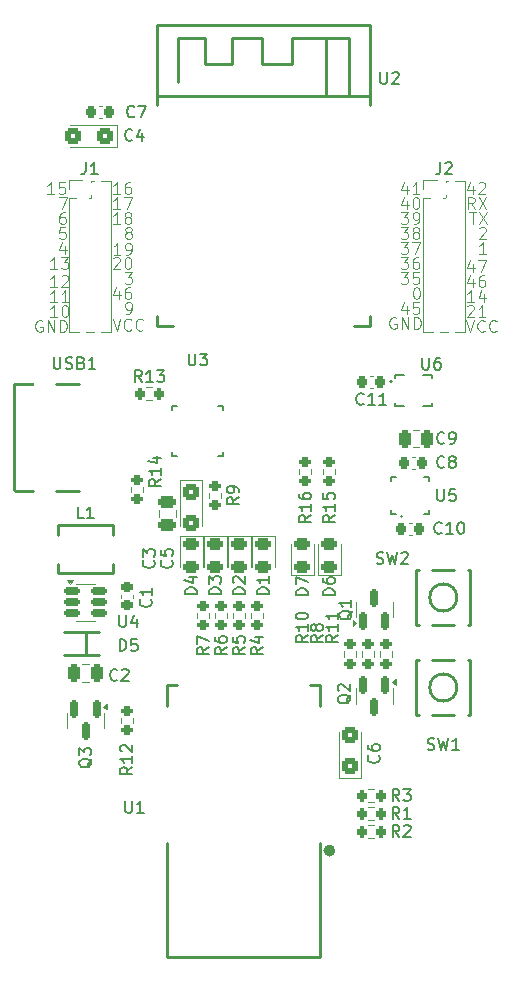
<source format=gbr>
%TF.GenerationSoftware,KiCad,Pcbnew,8.0.6*%
%TF.CreationDate,2025-01-30T17:26:38+11:00*%
%TF.ProjectId,ESP32-DWM1000-local,45535033-322d-4445-974d-313030302d6c,rev?*%
%TF.SameCoordinates,Original*%
%TF.FileFunction,Legend,Top*%
%TF.FilePolarity,Positive*%
%FSLAX46Y46*%
G04 Gerber Fmt 4.6, Leading zero omitted, Abs format (unit mm)*
G04 Created by KiCad (PCBNEW 8.0.6) date 2025-01-30 17:26:38*
%MOMM*%
%LPD*%
G01*
G04 APERTURE LIST*
G04 Aperture macros list*
%AMRoundRect*
0 Rectangle with rounded corners*
0 $1 Rounding radius*
0 $2 $3 $4 $5 $6 $7 $8 $9 X,Y pos of 4 corners*
0 Add a 4 corners polygon primitive as box body*
4,1,4,$2,$3,$4,$5,$6,$7,$8,$9,$2,$3,0*
0 Add four circle primitives for the rounded corners*
1,1,$1+$1,$2,$3*
1,1,$1+$1,$4,$5*
1,1,$1+$1,$6,$7*
1,1,$1+$1,$8,$9*
0 Add four rect primitives between the rounded corners*
20,1,$1+$1,$2,$3,$4,$5,0*
20,1,$1+$1,$4,$5,$6,$7,0*
20,1,$1+$1,$6,$7,$8,$9,0*
20,1,$1+$1,$8,$9,$2,$3,0*%
G04 Aperture macros list end*
%ADD10C,0.100000*%
%ADD11C,0.150000*%
%ADD12C,0.250000*%
%ADD13C,0.120000*%
%ADD14C,0.200000*%
%ADD15C,0.500000*%
%ADD16C,0.700000*%
%ADD17R,1.100000X0.550000*%
%ADD18R,1.100000X0.300000*%
%ADD19O,2.000000X1.100000*%
%ADD20O,1.800000X1.200000*%
%ADD21RoundRect,0.250000X-0.425000X0.450000X-0.425000X-0.450000X0.425000X-0.450000X0.425000X0.450000X0*%
%ADD22RoundRect,0.250000X0.425000X-0.450000X0.425000X0.450000X-0.425000X0.450000X-0.425000X-0.450000X0*%
%ADD23RoundRect,0.225000X0.225000X0.250000X-0.225000X0.250000X-0.225000X-0.250000X0.225000X-0.250000X0*%
%ADD24RoundRect,0.150000X-0.150000X0.587500X-0.150000X-0.587500X0.150000X-0.587500X0.150000X0.587500X0*%
%ADD25R,1.500000X0.900000*%
%ADD26R,0.900000X1.500000*%
%ADD27R,0.900000X0.900000*%
%ADD28R,0.700000X1.100000*%
%ADD29R,1.000000X1.000000*%
%ADD30O,1.000000X1.000000*%
%ADD31RoundRect,0.150000X0.150000X-0.587500X0.150000X0.587500X-0.150000X0.587500X-0.150000X-0.587500X0*%
%ADD32RoundRect,0.200000X-0.275000X0.200000X-0.275000X-0.200000X0.275000X-0.200000X0.275000X0.200000X0*%
%ADD33RoundRect,0.243750X0.456250X-0.243750X0.456250X0.243750X-0.456250X0.243750X-0.456250X-0.243750X0*%
%ADD34R,1.200000X1.400000*%
%ADD35R,2.400000X1.400000*%
%ADD36R,1.800000X2.000000*%
%ADD37RoundRect,0.225000X-0.225000X-0.250000X0.225000X-0.250000X0.225000X0.250000X-0.225000X0.250000X0*%
%ADD38RoundRect,0.200000X-0.200000X-0.275000X0.200000X-0.275000X0.200000X0.275000X-0.200000X0.275000X0*%
%ADD39RoundRect,0.250000X0.450000X0.425000X-0.450000X0.425000X-0.450000X-0.425000X0.450000X-0.425000X0*%
%ADD40C,3.200000*%
%ADD41R,0.680000X0.280000*%
%ADD42R,0.280000X0.680000*%
%ADD43RoundRect,0.200000X0.200000X0.275000X-0.200000X0.275000X-0.200000X-0.275000X0.200000X-0.275000X0*%
%ADD44RoundRect,0.200000X0.275000X-0.200000X0.275000X0.200000X-0.275000X0.200000X-0.275000X-0.200000X0*%
%ADD45RoundRect,0.250000X-0.250000X-0.475000X0.250000X-0.475000X0.250000X0.475000X-0.250000X0.475000X0*%
%ADD46R,0.250000X0.450000*%
%ADD47R,0.450000X0.250000*%
%ADD48RoundRect,0.243750X-0.456250X0.243750X-0.456250X-0.243750X0.456250X-0.243750X0.456250X0.243750X0*%
%ADD49O,0.800000X0.280000*%
%ADD50O,0.280000X0.800000*%
%ADD51R,2.700000X2.700000*%
%ADD52RoundRect,0.250000X-0.475000X0.250000X-0.475000X-0.250000X0.475000X-0.250000X0.475000X0.250000X0*%
%ADD53R,2.450000X1.000000*%
%ADD54R,1.000000X2.450000*%
%ADD55RoundRect,0.225000X0.250000X-0.225000X0.250000X0.225000X-0.250000X0.225000X-0.250000X-0.225000X0*%
%ADD56RoundRect,0.150000X-0.512500X-0.150000X0.512500X-0.150000X0.512500X0.150000X-0.512500X0.150000X0*%
G04 APERTURE END LIST*
D10*
X148909693Y-104520419D02*
X148338265Y-104520419D01*
X148623979Y-104520419D02*
X148623979Y-103520419D01*
X148623979Y-103520419D02*
X148528741Y-103663276D01*
X148528741Y-103663276D02*
X148433503Y-103758514D01*
X148433503Y-103758514D02*
X148338265Y-103806133D01*
X118556741Y-102678990D02*
X118461503Y-102631371D01*
X118461503Y-102631371D02*
X118413884Y-102583752D01*
X118413884Y-102583752D02*
X118366265Y-102488514D01*
X118366265Y-102488514D02*
X118366265Y-102440895D01*
X118366265Y-102440895D02*
X118413884Y-102345657D01*
X118413884Y-102345657D02*
X118461503Y-102298038D01*
X118461503Y-102298038D02*
X118556741Y-102250419D01*
X118556741Y-102250419D02*
X118747217Y-102250419D01*
X118747217Y-102250419D02*
X118842455Y-102298038D01*
X118842455Y-102298038D02*
X118890074Y-102345657D01*
X118890074Y-102345657D02*
X118937693Y-102440895D01*
X118937693Y-102440895D02*
X118937693Y-102488514D01*
X118937693Y-102488514D02*
X118890074Y-102583752D01*
X118890074Y-102583752D02*
X118842455Y-102631371D01*
X118842455Y-102631371D02*
X118747217Y-102678990D01*
X118747217Y-102678990D02*
X118556741Y-102678990D01*
X118556741Y-102678990D02*
X118461503Y-102726609D01*
X118461503Y-102726609D02*
X118413884Y-102774228D01*
X118413884Y-102774228D02*
X118366265Y-102869466D01*
X118366265Y-102869466D02*
X118366265Y-103059942D01*
X118366265Y-103059942D02*
X118413884Y-103155180D01*
X118413884Y-103155180D02*
X118461503Y-103202800D01*
X118461503Y-103202800D02*
X118556741Y-103250419D01*
X118556741Y-103250419D02*
X118747217Y-103250419D01*
X118747217Y-103250419D02*
X118842455Y-103202800D01*
X118842455Y-103202800D02*
X118890074Y-103155180D01*
X118890074Y-103155180D02*
X118937693Y-103059942D01*
X118937693Y-103059942D02*
X118937693Y-102869466D01*
X118937693Y-102869466D02*
X118890074Y-102774228D01*
X118890074Y-102774228D02*
X118842455Y-102726609D01*
X118842455Y-102726609D02*
X118747217Y-102678990D01*
X142210455Y-98773752D02*
X142210455Y-99440419D01*
X141972360Y-98392800D02*
X141734265Y-99107085D01*
X141734265Y-99107085D02*
X142353312Y-99107085D01*
X143258074Y-99440419D02*
X142686646Y-99440419D01*
X142972360Y-99440419D02*
X142972360Y-98440419D01*
X142972360Y-98440419D02*
X142877122Y-98583276D01*
X142877122Y-98583276D02*
X142781884Y-98678514D01*
X142781884Y-98678514D02*
X142686646Y-98726133D01*
X117826455Y-107663752D02*
X117826455Y-108330419D01*
X117588360Y-107282800D02*
X117350265Y-107997085D01*
X117350265Y-107997085D02*
X117969312Y-107997085D01*
X118778836Y-107330419D02*
X118588360Y-107330419D01*
X118588360Y-107330419D02*
X118493122Y-107378038D01*
X118493122Y-107378038D02*
X118445503Y-107425657D01*
X118445503Y-107425657D02*
X118350265Y-107568514D01*
X118350265Y-107568514D02*
X118302646Y-107758990D01*
X118302646Y-107758990D02*
X118302646Y-108139942D01*
X118302646Y-108139942D02*
X118350265Y-108235180D01*
X118350265Y-108235180D02*
X118397884Y-108282800D01*
X118397884Y-108282800D02*
X118493122Y-108330419D01*
X118493122Y-108330419D02*
X118683598Y-108330419D01*
X118683598Y-108330419D02*
X118778836Y-108282800D01*
X118778836Y-108282800D02*
X118826455Y-108235180D01*
X118826455Y-108235180D02*
X118874074Y-108139942D01*
X118874074Y-108139942D02*
X118874074Y-107901847D01*
X118874074Y-107901847D02*
X118826455Y-107806609D01*
X118826455Y-107806609D02*
X118778836Y-107758990D01*
X118778836Y-107758990D02*
X118683598Y-107711371D01*
X118683598Y-107711371D02*
X118493122Y-107711371D01*
X118493122Y-107711371D02*
X118397884Y-107758990D01*
X118397884Y-107758990D02*
X118350265Y-107806609D01*
X118350265Y-107806609D02*
X118302646Y-107901847D01*
X117921693Y-100710419D02*
X117350265Y-100710419D01*
X117635979Y-100710419D02*
X117635979Y-99710419D01*
X117635979Y-99710419D02*
X117540741Y-99853276D01*
X117540741Y-99853276D02*
X117445503Y-99948514D01*
X117445503Y-99948514D02*
X117350265Y-99996133D01*
X118255027Y-99710419D02*
X118921693Y-99710419D01*
X118921693Y-99710419D02*
X118493122Y-100710419D01*
X148338265Y-102345657D02*
X148385884Y-102298038D01*
X148385884Y-102298038D02*
X148481122Y-102250419D01*
X148481122Y-102250419D02*
X148719217Y-102250419D01*
X148719217Y-102250419D02*
X148814455Y-102298038D01*
X148814455Y-102298038D02*
X148862074Y-102345657D01*
X148862074Y-102345657D02*
X148909693Y-102440895D01*
X148909693Y-102440895D02*
X148909693Y-102536133D01*
X148909693Y-102536133D02*
X148862074Y-102678990D01*
X148862074Y-102678990D02*
X148290646Y-103250419D01*
X148290646Y-103250419D02*
X148909693Y-103250419D01*
X117291027Y-109997419D02*
X117624360Y-110997419D01*
X117624360Y-110997419D02*
X117957693Y-109997419D01*
X118862455Y-110902180D02*
X118814836Y-110949800D01*
X118814836Y-110949800D02*
X118671979Y-110997419D01*
X118671979Y-110997419D02*
X118576741Y-110997419D01*
X118576741Y-110997419D02*
X118433884Y-110949800D01*
X118433884Y-110949800D02*
X118338646Y-110854561D01*
X118338646Y-110854561D02*
X118291027Y-110759323D01*
X118291027Y-110759323D02*
X118243408Y-110568847D01*
X118243408Y-110568847D02*
X118243408Y-110425990D01*
X118243408Y-110425990D02*
X118291027Y-110235514D01*
X118291027Y-110235514D02*
X118338646Y-110140276D01*
X118338646Y-110140276D02*
X118433884Y-110045038D01*
X118433884Y-110045038D02*
X118576741Y-109997419D01*
X118576741Y-109997419D02*
X118671979Y-109997419D01*
X118671979Y-109997419D02*
X118814836Y-110045038D01*
X118814836Y-110045038D02*
X118862455Y-110092657D01*
X119862455Y-110902180D02*
X119814836Y-110949800D01*
X119814836Y-110949800D02*
X119671979Y-110997419D01*
X119671979Y-110997419D02*
X119576741Y-110997419D01*
X119576741Y-110997419D02*
X119433884Y-110949800D01*
X119433884Y-110949800D02*
X119338646Y-110854561D01*
X119338646Y-110854561D02*
X119291027Y-110759323D01*
X119291027Y-110759323D02*
X119243408Y-110568847D01*
X119243408Y-110568847D02*
X119243408Y-110425990D01*
X119243408Y-110425990D02*
X119291027Y-110235514D01*
X119291027Y-110235514D02*
X119338646Y-110140276D01*
X119338646Y-110140276D02*
X119433884Y-110045038D01*
X119433884Y-110045038D02*
X119576741Y-109997419D01*
X119576741Y-109997419D02*
X119671979Y-109997419D01*
X119671979Y-109997419D02*
X119814836Y-110045038D01*
X119814836Y-110045038D02*
X119862455Y-110092657D01*
X113254455Y-100980419D02*
X113063979Y-100980419D01*
X113063979Y-100980419D02*
X112968741Y-101028038D01*
X112968741Y-101028038D02*
X112921122Y-101075657D01*
X112921122Y-101075657D02*
X112825884Y-101218514D01*
X112825884Y-101218514D02*
X112778265Y-101408990D01*
X112778265Y-101408990D02*
X112778265Y-101789942D01*
X112778265Y-101789942D02*
X112825884Y-101885180D01*
X112825884Y-101885180D02*
X112873503Y-101932800D01*
X112873503Y-101932800D02*
X112968741Y-101980419D01*
X112968741Y-101980419D02*
X113159217Y-101980419D01*
X113159217Y-101980419D02*
X113254455Y-101932800D01*
X113254455Y-101932800D02*
X113302074Y-101885180D01*
X113302074Y-101885180D02*
X113349693Y-101789942D01*
X113349693Y-101789942D02*
X113349693Y-101551847D01*
X113349693Y-101551847D02*
X113302074Y-101456609D01*
X113302074Y-101456609D02*
X113254455Y-101408990D01*
X113254455Y-101408990D02*
X113159217Y-101361371D01*
X113159217Y-101361371D02*
X112968741Y-101361371D01*
X112968741Y-101361371D02*
X112873503Y-101408990D01*
X112873503Y-101408990D02*
X112825884Y-101456609D01*
X112825884Y-101456609D02*
X112778265Y-101551847D01*
X147893693Y-108584419D02*
X147322265Y-108584419D01*
X147607979Y-108584419D02*
X147607979Y-107584419D01*
X147607979Y-107584419D02*
X147512741Y-107727276D01*
X147512741Y-107727276D02*
X147417503Y-107822514D01*
X147417503Y-107822514D02*
X147322265Y-107870133D01*
X148750836Y-107917752D02*
X148750836Y-108584419D01*
X148512741Y-107536800D02*
X148274646Y-108251085D01*
X148274646Y-108251085D02*
X148893693Y-108251085D01*
X112587693Y-105790419D02*
X112016265Y-105790419D01*
X112301979Y-105790419D02*
X112301979Y-104790419D01*
X112301979Y-104790419D02*
X112206741Y-104933276D01*
X112206741Y-104933276D02*
X112111503Y-105028514D01*
X112111503Y-105028514D02*
X112016265Y-105076133D01*
X112921027Y-104790419D02*
X113540074Y-104790419D01*
X113540074Y-104790419D02*
X113206741Y-105171371D01*
X113206741Y-105171371D02*
X113349598Y-105171371D01*
X113349598Y-105171371D02*
X113444836Y-105218990D01*
X113444836Y-105218990D02*
X113492455Y-105266609D01*
X113492455Y-105266609D02*
X113540074Y-105361847D01*
X113540074Y-105361847D02*
X113540074Y-105599942D01*
X113540074Y-105599942D02*
X113492455Y-105695180D01*
X113492455Y-105695180D02*
X113444836Y-105742800D01*
X113444836Y-105742800D02*
X113349598Y-105790419D01*
X113349598Y-105790419D02*
X113063884Y-105790419D01*
X113063884Y-105790419D02*
X112968646Y-105742800D01*
X112968646Y-105742800D02*
X112921027Y-105695180D01*
X118461503Y-109600419D02*
X118651979Y-109600419D01*
X118651979Y-109600419D02*
X118747217Y-109552800D01*
X118747217Y-109552800D02*
X118794836Y-109505180D01*
X118794836Y-109505180D02*
X118890074Y-109362323D01*
X118890074Y-109362323D02*
X118937693Y-109171847D01*
X118937693Y-109171847D02*
X118937693Y-108790895D01*
X118937693Y-108790895D02*
X118890074Y-108695657D01*
X118890074Y-108695657D02*
X118842455Y-108648038D01*
X118842455Y-108648038D02*
X118747217Y-108600419D01*
X118747217Y-108600419D02*
X118556741Y-108600419D01*
X118556741Y-108600419D02*
X118461503Y-108648038D01*
X118461503Y-108648038D02*
X118413884Y-108695657D01*
X118413884Y-108695657D02*
X118366265Y-108790895D01*
X118366265Y-108790895D02*
X118366265Y-109028990D01*
X118366265Y-109028990D02*
X118413884Y-109124228D01*
X118413884Y-109124228D02*
X118461503Y-109171847D01*
X118461503Y-109171847D02*
X118556741Y-109219466D01*
X118556741Y-109219466D02*
X118747217Y-109219466D01*
X118747217Y-109219466D02*
X118842455Y-109171847D01*
X118842455Y-109171847D02*
X118890074Y-109124228D01*
X118890074Y-109124228D02*
X118937693Y-109028990D01*
X113302074Y-102250419D02*
X112825884Y-102250419D01*
X112825884Y-102250419D02*
X112778265Y-102726609D01*
X112778265Y-102726609D02*
X112825884Y-102678990D01*
X112825884Y-102678990D02*
X112921122Y-102631371D01*
X112921122Y-102631371D02*
X113159217Y-102631371D01*
X113159217Y-102631371D02*
X113254455Y-102678990D01*
X113254455Y-102678990D02*
X113302074Y-102726609D01*
X113302074Y-102726609D02*
X113349693Y-102821847D01*
X113349693Y-102821847D02*
X113349693Y-103059942D01*
X113349693Y-103059942D02*
X113302074Y-103155180D01*
X113302074Y-103155180D02*
X113254455Y-103202800D01*
X113254455Y-103202800D02*
X113159217Y-103250419D01*
X113159217Y-103250419D02*
X112921122Y-103250419D01*
X112921122Y-103250419D02*
X112825884Y-103202800D01*
X112825884Y-103202800D02*
X112778265Y-103155180D01*
X112587693Y-108584419D02*
X112016265Y-108584419D01*
X112301979Y-108584419D02*
X112301979Y-107584419D01*
X112301979Y-107584419D02*
X112206741Y-107727276D01*
X112206741Y-107727276D02*
X112111503Y-107822514D01*
X112111503Y-107822514D02*
X112016265Y-107870133D01*
X113540074Y-108584419D02*
X112968646Y-108584419D01*
X113254360Y-108584419D02*
X113254360Y-107584419D01*
X113254360Y-107584419D02*
X113159122Y-107727276D01*
X113159122Y-107727276D02*
X113063884Y-107822514D01*
X113063884Y-107822514D02*
X112968646Y-107870133D01*
X147941312Y-100710419D02*
X147607979Y-100234228D01*
X147369884Y-100710419D02*
X147369884Y-99710419D01*
X147369884Y-99710419D02*
X147750836Y-99710419D01*
X147750836Y-99710419D02*
X147846074Y-99758038D01*
X147846074Y-99758038D02*
X147893693Y-99805657D01*
X147893693Y-99805657D02*
X147941312Y-99900895D01*
X147941312Y-99900895D02*
X147941312Y-100043752D01*
X147941312Y-100043752D02*
X147893693Y-100138990D01*
X147893693Y-100138990D02*
X147846074Y-100186609D01*
X147846074Y-100186609D02*
X147750836Y-100234228D01*
X147750836Y-100234228D02*
X147369884Y-100234228D01*
X148274646Y-99710419D02*
X148941312Y-100710419D01*
X148941312Y-99710419D02*
X148274646Y-100710419D01*
X141686646Y-100980419D02*
X142305693Y-100980419D01*
X142305693Y-100980419D02*
X141972360Y-101361371D01*
X141972360Y-101361371D02*
X142115217Y-101361371D01*
X142115217Y-101361371D02*
X142210455Y-101408990D01*
X142210455Y-101408990D02*
X142258074Y-101456609D01*
X142258074Y-101456609D02*
X142305693Y-101551847D01*
X142305693Y-101551847D02*
X142305693Y-101789942D01*
X142305693Y-101789942D02*
X142258074Y-101885180D01*
X142258074Y-101885180D02*
X142210455Y-101932800D01*
X142210455Y-101932800D02*
X142115217Y-101980419D01*
X142115217Y-101980419D02*
X141829503Y-101980419D01*
X141829503Y-101980419D02*
X141734265Y-101932800D01*
X141734265Y-101932800D02*
X141686646Y-101885180D01*
X142781884Y-101980419D02*
X142972360Y-101980419D01*
X142972360Y-101980419D02*
X143067598Y-101932800D01*
X143067598Y-101932800D02*
X143115217Y-101885180D01*
X143115217Y-101885180D02*
X143210455Y-101742323D01*
X143210455Y-101742323D02*
X143258074Y-101551847D01*
X143258074Y-101551847D02*
X143258074Y-101170895D01*
X143258074Y-101170895D02*
X143210455Y-101075657D01*
X143210455Y-101075657D02*
X143162836Y-101028038D01*
X143162836Y-101028038D02*
X143067598Y-100980419D01*
X143067598Y-100980419D02*
X142877122Y-100980419D01*
X142877122Y-100980419D02*
X142781884Y-101028038D01*
X142781884Y-101028038D02*
X142734265Y-101075657D01*
X142734265Y-101075657D02*
X142686646Y-101170895D01*
X142686646Y-101170895D02*
X142686646Y-101408990D01*
X142686646Y-101408990D02*
X142734265Y-101504228D01*
X142734265Y-101504228D02*
X142781884Y-101551847D01*
X142781884Y-101551847D02*
X142877122Y-101599466D01*
X142877122Y-101599466D02*
X143067598Y-101599466D01*
X143067598Y-101599466D02*
X143162836Y-101551847D01*
X143162836Y-101551847D02*
X143210455Y-101504228D01*
X143210455Y-101504228D02*
X143258074Y-101408990D01*
X142210455Y-100043752D02*
X142210455Y-100710419D01*
X141972360Y-99662800D02*
X141734265Y-100377085D01*
X141734265Y-100377085D02*
X142353312Y-100377085D01*
X142924741Y-99710419D02*
X143019979Y-99710419D01*
X143019979Y-99710419D02*
X143115217Y-99758038D01*
X143115217Y-99758038D02*
X143162836Y-99805657D01*
X143162836Y-99805657D02*
X143210455Y-99900895D01*
X143210455Y-99900895D02*
X143258074Y-100091371D01*
X143258074Y-100091371D02*
X143258074Y-100329466D01*
X143258074Y-100329466D02*
X143210455Y-100519942D01*
X143210455Y-100519942D02*
X143162836Y-100615180D01*
X143162836Y-100615180D02*
X143115217Y-100662800D01*
X143115217Y-100662800D02*
X143019979Y-100710419D01*
X143019979Y-100710419D02*
X142924741Y-100710419D01*
X142924741Y-100710419D02*
X142829503Y-100662800D01*
X142829503Y-100662800D02*
X142781884Y-100615180D01*
X142781884Y-100615180D02*
X142734265Y-100519942D01*
X142734265Y-100519942D02*
X142686646Y-100329466D01*
X142686646Y-100329466D02*
X142686646Y-100091371D01*
X142686646Y-100091371D02*
X142734265Y-99900895D01*
X142734265Y-99900895D02*
X142781884Y-99805657D01*
X142781884Y-99805657D02*
X142829503Y-99758038D01*
X142829503Y-99758038D02*
X142924741Y-99710419D01*
X117957693Y-104587419D02*
X117386265Y-104587419D01*
X117671979Y-104587419D02*
X117671979Y-103587419D01*
X117671979Y-103587419D02*
X117576741Y-103730276D01*
X117576741Y-103730276D02*
X117481503Y-103825514D01*
X117481503Y-103825514D02*
X117386265Y-103873133D01*
X118433884Y-104587419D02*
X118624360Y-104587419D01*
X118624360Y-104587419D02*
X118719598Y-104539800D01*
X118719598Y-104539800D02*
X118767217Y-104492180D01*
X118767217Y-104492180D02*
X118862455Y-104349323D01*
X118862455Y-104349323D02*
X118910074Y-104158847D01*
X118910074Y-104158847D02*
X118910074Y-103777895D01*
X118910074Y-103777895D02*
X118862455Y-103682657D01*
X118862455Y-103682657D02*
X118814836Y-103635038D01*
X118814836Y-103635038D02*
X118719598Y-103587419D01*
X118719598Y-103587419D02*
X118529122Y-103587419D01*
X118529122Y-103587419D02*
X118433884Y-103635038D01*
X118433884Y-103635038D02*
X118386265Y-103682657D01*
X118386265Y-103682657D02*
X118338646Y-103777895D01*
X118338646Y-103777895D02*
X118338646Y-104015990D01*
X118338646Y-104015990D02*
X118386265Y-104111228D01*
X118386265Y-104111228D02*
X118433884Y-104158847D01*
X118433884Y-104158847D02*
X118529122Y-104206466D01*
X118529122Y-104206466D02*
X118719598Y-104206466D01*
X118719598Y-104206466D02*
X118814836Y-104158847D01*
X118814836Y-104158847D02*
X118862455Y-104111228D01*
X118862455Y-104111228D02*
X118910074Y-104015990D01*
X117350265Y-104885657D02*
X117397884Y-104838038D01*
X117397884Y-104838038D02*
X117493122Y-104790419D01*
X117493122Y-104790419D02*
X117731217Y-104790419D01*
X117731217Y-104790419D02*
X117826455Y-104838038D01*
X117826455Y-104838038D02*
X117874074Y-104885657D01*
X117874074Y-104885657D02*
X117921693Y-104980895D01*
X117921693Y-104980895D02*
X117921693Y-105076133D01*
X117921693Y-105076133D02*
X117874074Y-105218990D01*
X117874074Y-105218990D02*
X117302646Y-105790419D01*
X117302646Y-105790419D02*
X117921693Y-105790419D01*
X118540741Y-104790419D02*
X118635979Y-104790419D01*
X118635979Y-104790419D02*
X118731217Y-104838038D01*
X118731217Y-104838038D02*
X118778836Y-104885657D01*
X118778836Y-104885657D02*
X118826455Y-104980895D01*
X118826455Y-104980895D02*
X118874074Y-105171371D01*
X118874074Y-105171371D02*
X118874074Y-105409466D01*
X118874074Y-105409466D02*
X118826455Y-105599942D01*
X118826455Y-105599942D02*
X118778836Y-105695180D01*
X118778836Y-105695180D02*
X118731217Y-105742800D01*
X118731217Y-105742800D02*
X118635979Y-105790419D01*
X118635979Y-105790419D02*
X118540741Y-105790419D01*
X118540741Y-105790419D02*
X118445503Y-105742800D01*
X118445503Y-105742800D02*
X118397884Y-105695180D01*
X118397884Y-105695180D02*
X118350265Y-105599942D01*
X118350265Y-105599942D02*
X118302646Y-105409466D01*
X118302646Y-105409466D02*
X118302646Y-105171371D01*
X118302646Y-105171371D02*
X118350265Y-104980895D01*
X118350265Y-104980895D02*
X118397884Y-104885657D01*
X118397884Y-104885657D02*
X118445503Y-104838038D01*
X118445503Y-104838038D02*
X118540741Y-104790419D01*
X117921693Y-99440419D02*
X117350265Y-99440419D01*
X117635979Y-99440419D02*
X117635979Y-98440419D01*
X117635979Y-98440419D02*
X117540741Y-98583276D01*
X117540741Y-98583276D02*
X117445503Y-98678514D01*
X117445503Y-98678514D02*
X117350265Y-98726133D01*
X118778836Y-98440419D02*
X118588360Y-98440419D01*
X118588360Y-98440419D02*
X118493122Y-98488038D01*
X118493122Y-98488038D02*
X118445503Y-98535657D01*
X118445503Y-98535657D02*
X118350265Y-98678514D01*
X118350265Y-98678514D02*
X118302646Y-98868990D01*
X118302646Y-98868990D02*
X118302646Y-99249942D01*
X118302646Y-99249942D02*
X118350265Y-99345180D01*
X118350265Y-99345180D02*
X118397884Y-99392800D01*
X118397884Y-99392800D02*
X118493122Y-99440419D01*
X118493122Y-99440419D02*
X118683598Y-99440419D01*
X118683598Y-99440419D02*
X118778836Y-99392800D01*
X118778836Y-99392800D02*
X118826455Y-99345180D01*
X118826455Y-99345180D02*
X118874074Y-99249942D01*
X118874074Y-99249942D02*
X118874074Y-99011847D01*
X118874074Y-99011847D02*
X118826455Y-98916609D01*
X118826455Y-98916609D02*
X118778836Y-98868990D01*
X118778836Y-98868990D02*
X118683598Y-98821371D01*
X118683598Y-98821371D02*
X118493122Y-98821371D01*
X118493122Y-98821371D02*
X118397884Y-98868990D01*
X118397884Y-98868990D02*
X118350265Y-98916609D01*
X118350265Y-98916609D02*
X118302646Y-99011847D01*
X112333693Y-99440419D02*
X111762265Y-99440419D01*
X112047979Y-99440419D02*
X112047979Y-98440419D01*
X112047979Y-98440419D02*
X111952741Y-98583276D01*
X111952741Y-98583276D02*
X111857503Y-98678514D01*
X111857503Y-98678514D02*
X111762265Y-98726133D01*
X113238455Y-98440419D02*
X112762265Y-98440419D01*
X112762265Y-98440419D02*
X112714646Y-98916609D01*
X112714646Y-98916609D02*
X112762265Y-98868990D01*
X112762265Y-98868990D02*
X112857503Y-98821371D01*
X112857503Y-98821371D02*
X113095598Y-98821371D01*
X113095598Y-98821371D02*
X113190836Y-98868990D01*
X113190836Y-98868990D02*
X113238455Y-98916609D01*
X113238455Y-98916609D02*
X113286074Y-99011847D01*
X113286074Y-99011847D02*
X113286074Y-99249942D01*
X113286074Y-99249942D02*
X113238455Y-99345180D01*
X113238455Y-99345180D02*
X113190836Y-99392800D01*
X113190836Y-99392800D02*
X113095598Y-99440419D01*
X113095598Y-99440419D02*
X112857503Y-99440419D01*
X112857503Y-99440419D02*
X112762265Y-99392800D01*
X112762265Y-99392800D02*
X112714646Y-99345180D01*
X141686646Y-106060419D02*
X142305693Y-106060419D01*
X142305693Y-106060419D02*
X141972360Y-106441371D01*
X141972360Y-106441371D02*
X142115217Y-106441371D01*
X142115217Y-106441371D02*
X142210455Y-106488990D01*
X142210455Y-106488990D02*
X142258074Y-106536609D01*
X142258074Y-106536609D02*
X142305693Y-106631847D01*
X142305693Y-106631847D02*
X142305693Y-106869942D01*
X142305693Y-106869942D02*
X142258074Y-106965180D01*
X142258074Y-106965180D02*
X142210455Y-107012800D01*
X142210455Y-107012800D02*
X142115217Y-107060419D01*
X142115217Y-107060419D02*
X141829503Y-107060419D01*
X141829503Y-107060419D02*
X141734265Y-107012800D01*
X141734265Y-107012800D02*
X141686646Y-106965180D01*
X143210455Y-106060419D02*
X142734265Y-106060419D01*
X142734265Y-106060419D02*
X142686646Y-106536609D01*
X142686646Y-106536609D02*
X142734265Y-106488990D01*
X142734265Y-106488990D02*
X142829503Y-106441371D01*
X142829503Y-106441371D02*
X143067598Y-106441371D01*
X143067598Y-106441371D02*
X143162836Y-106488990D01*
X143162836Y-106488990D02*
X143210455Y-106536609D01*
X143210455Y-106536609D02*
X143258074Y-106631847D01*
X143258074Y-106631847D02*
X143258074Y-106869942D01*
X143258074Y-106869942D02*
X143210455Y-106965180D01*
X143210455Y-106965180D02*
X143162836Y-107012800D01*
X143162836Y-107012800D02*
X143067598Y-107060419D01*
X143067598Y-107060419D02*
X142829503Y-107060419D01*
X142829503Y-107060419D02*
X142734265Y-107012800D01*
X142734265Y-107012800D02*
X142686646Y-106965180D01*
X147481027Y-100980419D02*
X148052455Y-100980419D01*
X147766741Y-101980419D02*
X147766741Y-100980419D01*
X148290551Y-100980419D02*
X148957217Y-101980419D01*
X148957217Y-100980419D02*
X148290551Y-101980419D01*
X112730646Y-99710419D02*
X113397312Y-99710419D01*
X113397312Y-99710419D02*
X112968741Y-100710419D01*
X118318646Y-106060419D02*
X118937693Y-106060419D01*
X118937693Y-106060419D02*
X118604360Y-106441371D01*
X118604360Y-106441371D02*
X118747217Y-106441371D01*
X118747217Y-106441371D02*
X118842455Y-106488990D01*
X118842455Y-106488990D02*
X118890074Y-106536609D01*
X118890074Y-106536609D02*
X118937693Y-106631847D01*
X118937693Y-106631847D02*
X118937693Y-106869942D01*
X118937693Y-106869942D02*
X118890074Y-106965180D01*
X118890074Y-106965180D02*
X118842455Y-107012800D01*
X118842455Y-107012800D02*
X118747217Y-107060419D01*
X118747217Y-107060419D02*
X118461503Y-107060419D01*
X118461503Y-107060419D02*
X118366265Y-107012800D01*
X118366265Y-107012800D02*
X118318646Y-106965180D01*
X111317693Y-110172038D02*
X111222455Y-110124419D01*
X111222455Y-110124419D02*
X111079598Y-110124419D01*
X111079598Y-110124419D02*
X110936741Y-110172038D01*
X110936741Y-110172038D02*
X110841503Y-110267276D01*
X110841503Y-110267276D02*
X110793884Y-110362514D01*
X110793884Y-110362514D02*
X110746265Y-110552990D01*
X110746265Y-110552990D02*
X110746265Y-110695847D01*
X110746265Y-110695847D02*
X110793884Y-110886323D01*
X110793884Y-110886323D02*
X110841503Y-110981561D01*
X110841503Y-110981561D02*
X110936741Y-111076800D01*
X110936741Y-111076800D02*
X111079598Y-111124419D01*
X111079598Y-111124419D02*
X111174836Y-111124419D01*
X111174836Y-111124419D02*
X111317693Y-111076800D01*
X111317693Y-111076800D02*
X111365312Y-111029180D01*
X111365312Y-111029180D02*
X111365312Y-110695847D01*
X111365312Y-110695847D02*
X111174836Y-110695847D01*
X111793884Y-111124419D02*
X111793884Y-110124419D01*
X111793884Y-110124419D02*
X112365312Y-111124419D01*
X112365312Y-111124419D02*
X112365312Y-110124419D01*
X112841503Y-111124419D02*
X112841503Y-110124419D01*
X112841503Y-110124419D02*
X113079598Y-110124419D01*
X113079598Y-110124419D02*
X113222455Y-110172038D01*
X113222455Y-110172038D02*
X113317693Y-110267276D01*
X113317693Y-110267276D02*
X113365312Y-110362514D01*
X113365312Y-110362514D02*
X113412931Y-110552990D01*
X113412931Y-110552990D02*
X113412931Y-110695847D01*
X113412931Y-110695847D02*
X113365312Y-110886323D01*
X113365312Y-110886323D02*
X113317693Y-110981561D01*
X113317693Y-110981561D02*
X113222455Y-111076800D01*
X113222455Y-111076800D02*
X113079598Y-111124419D01*
X113079598Y-111124419D02*
X112841503Y-111124419D01*
X147227027Y-110124419D02*
X147560360Y-111124419D01*
X147560360Y-111124419D02*
X147893693Y-110124419D01*
X148798455Y-111029180D02*
X148750836Y-111076800D01*
X148750836Y-111076800D02*
X148607979Y-111124419D01*
X148607979Y-111124419D02*
X148512741Y-111124419D01*
X148512741Y-111124419D02*
X148369884Y-111076800D01*
X148369884Y-111076800D02*
X148274646Y-110981561D01*
X148274646Y-110981561D02*
X148227027Y-110886323D01*
X148227027Y-110886323D02*
X148179408Y-110695847D01*
X148179408Y-110695847D02*
X148179408Y-110552990D01*
X148179408Y-110552990D02*
X148227027Y-110362514D01*
X148227027Y-110362514D02*
X148274646Y-110267276D01*
X148274646Y-110267276D02*
X148369884Y-110172038D01*
X148369884Y-110172038D02*
X148512741Y-110124419D01*
X148512741Y-110124419D02*
X148607979Y-110124419D01*
X148607979Y-110124419D02*
X148750836Y-110172038D01*
X148750836Y-110172038D02*
X148798455Y-110219657D01*
X149798455Y-111029180D02*
X149750836Y-111076800D01*
X149750836Y-111076800D02*
X149607979Y-111124419D01*
X149607979Y-111124419D02*
X149512741Y-111124419D01*
X149512741Y-111124419D02*
X149369884Y-111076800D01*
X149369884Y-111076800D02*
X149274646Y-110981561D01*
X149274646Y-110981561D02*
X149227027Y-110886323D01*
X149227027Y-110886323D02*
X149179408Y-110695847D01*
X149179408Y-110695847D02*
X149179408Y-110552990D01*
X149179408Y-110552990D02*
X149227027Y-110362514D01*
X149227027Y-110362514D02*
X149274646Y-110267276D01*
X149274646Y-110267276D02*
X149369884Y-110172038D01*
X149369884Y-110172038D02*
X149512741Y-110124419D01*
X149512741Y-110124419D02*
X149607979Y-110124419D01*
X149607979Y-110124419D02*
X149750836Y-110172038D01*
X149750836Y-110172038D02*
X149798455Y-110219657D01*
X141686646Y-102250419D02*
X142305693Y-102250419D01*
X142305693Y-102250419D02*
X141972360Y-102631371D01*
X141972360Y-102631371D02*
X142115217Y-102631371D01*
X142115217Y-102631371D02*
X142210455Y-102678990D01*
X142210455Y-102678990D02*
X142258074Y-102726609D01*
X142258074Y-102726609D02*
X142305693Y-102821847D01*
X142305693Y-102821847D02*
X142305693Y-103059942D01*
X142305693Y-103059942D02*
X142258074Y-103155180D01*
X142258074Y-103155180D02*
X142210455Y-103202800D01*
X142210455Y-103202800D02*
X142115217Y-103250419D01*
X142115217Y-103250419D02*
X141829503Y-103250419D01*
X141829503Y-103250419D02*
X141734265Y-103202800D01*
X141734265Y-103202800D02*
X141686646Y-103155180D01*
X142877122Y-102678990D02*
X142781884Y-102631371D01*
X142781884Y-102631371D02*
X142734265Y-102583752D01*
X142734265Y-102583752D02*
X142686646Y-102488514D01*
X142686646Y-102488514D02*
X142686646Y-102440895D01*
X142686646Y-102440895D02*
X142734265Y-102345657D01*
X142734265Y-102345657D02*
X142781884Y-102298038D01*
X142781884Y-102298038D02*
X142877122Y-102250419D01*
X142877122Y-102250419D02*
X143067598Y-102250419D01*
X143067598Y-102250419D02*
X143162836Y-102298038D01*
X143162836Y-102298038D02*
X143210455Y-102345657D01*
X143210455Y-102345657D02*
X143258074Y-102440895D01*
X143258074Y-102440895D02*
X143258074Y-102488514D01*
X143258074Y-102488514D02*
X143210455Y-102583752D01*
X143210455Y-102583752D02*
X143162836Y-102631371D01*
X143162836Y-102631371D02*
X143067598Y-102678990D01*
X143067598Y-102678990D02*
X142877122Y-102678990D01*
X142877122Y-102678990D02*
X142781884Y-102726609D01*
X142781884Y-102726609D02*
X142734265Y-102774228D01*
X142734265Y-102774228D02*
X142686646Y-102869466D01*
X142686646Y-102869466D02*
X142686646Y-103059942D01*
X142686646Y-103059942D02*
X142734265Y-103155180D01*
X142734265Y-103155180D02*
X142781884Y-103202800D01*
X142781884Y-103202800D02*
X142877122Y-103250419D01*
X142877122Y-103250419D02*
X143067598Y-103250419D01*
X143067598Y-103250419D02*
X143162836Y-103202800D01*
X143162836Y-103202800D02*
X143210455Y-103155180D01*
X143210455Y-103155180D02*
X143258074Y-103059942D01*
X143258074Y-103059942D02*
X143258074Y-102869466D01*
X143258074Y-102869466D02*
X143210455Y-102774228D01*
X143210455Y-102774228D02*
X143162836Y-102726609D01*
X143162836Y-102726609D02*
X143067598Y-102678990D01*
X112587693Y-109854419D02*
X112016265Y-109854419D01*
X112301979Y-109854419D02*
X112301979Y-108854419D01*
X112301979Y-108854419D02*
X112206741Y-108997276D01*
X112206741Y-108997276D02*
X112111503Y-109092514D01*
X112111503Y-109092514D02*
X112016265Y-109140133D01*
X113206741Y-108854419D02*
X113301979Y-108854419D01*
X113301979Y-108854419D02*
X113397217Y-108902038D01*
X113397217Y-108902038D02*
X113444836Y-108949657D01*
X113444836Y-108949657D02*
X113492455Y-109044895D01*
X113492455Y-109044895D02*
X113540074Y-109235371D01*
X113540074Y-109235371D02*
X113540074Y-109473466D01*
X113540074Y-109473466D02*
X113492455Y-109663942D01*
X113492455Y-109663942D02*
X113444836Y-109759180D01*
X113444836Y-109759180D02*
X113397217Y-109806800D01*
X113397217Y-109806800D02*
X113301979Y-109854419D01*
X113301979Y-109854419D02*
X113206741Y-109854419D01*
X113206741Y-109854419D02*
X113111503Y-109806800D01*
X113111503Y-109806800D02*
X113063884Y-109759180D01*
X113063884Y-109759180D02*
X113016265Y-109663942D01*
X113016265Y-109663942D02*
X112968646Y-109473466D01*
X112968646Y-109473466D02*
X112968646Y-109235371D01*
X112968646Y-109235371D02*
X113016265Y-109044895D01*
X113016265Y-109044895D02*
X113063884Y-108949657D01*
X113063884Y-108949657D02*
X113111503Y-108902038D01*
X113111503Y-108902038D02*
X113206741Y-108854419D01*
X112587693Y-107314419D02*
X112016265Y-107314419D01*
X112301979Y-107314419D02*
X112301979Y-106314419D01*
X112301979Y-106314419D02*
X112206741Y-106457276D01*
X112206741Y-106457276D02*
X112111503Y-106552514D01*
X112111503Y-106552514D02*
X112016265Y-106600133D01*
X112968646Y-106409657D02*
X113016265Y-106362038D01*
X113016265Y-106362038D02*
X113111503Y-106314419D01*
X113111503Y-106314419D02*
X113349598Y-106314419D01*
X113349598Y-106314419D02*
X113444836Y-106362038D01*
X113444836Y-106362038D02*
X113492455Y-106409657D01*
X113492455Y-106409657D02*
X113540074Y-106504895D01*
X113540074Y-106504895D02*
X113540074Y-106600133D01*
X113540074Y-106600133D02*
X113492455Y-106742990D01*
X113492455Y-106742990D02*
X112921027Y-107314419D01*
X112921027Y-107314419D02*
X113540074Y-107314419D01*
X141686646Y-104790419D02*
X142305693Y-104790419D01*
X142305693Y-104790419D02*
X141972360Y-105171371D01*
X141972360Y-105171371D02*
X142115217Y-105171371D01*
X142115217Y-105171371D02*
X142210455Y-105218990D01*
X142210455Y-105218990D02*
X142258074Y-105266609D01*
X142258074Y-105266609D02*
X142305693Y-105361847D01*
X142305693Y-105361847D02*
X142305693Y-105599942D01*
X142305693Y-105599942D02*
X142258074Y-105695180D01*
X142258074Y-105695180D02*
X142210455Y-105742800D01*
X142210455Y-105742800D02*
X142115217Y-105790419D01*
X142115217Y-105790419D02*
X141829503Y-105790419D01*
X141829503Y-105790419D02*
X141734265Y-105742800D01*
X141734265Y-105742800D02*
X141686646Y-105695180D01*
X143162836Y-104790419D02*
X142972360Y-104790419D01*
X142972360Y-104790419D02*
X142877122Y-104838038D01*
X142877122Y-104838038D02*
X142829503Y-104885657D01*
X142829503Y-104885657D02*
X142734265Y-105028514D01*
X142734265Y-105028514D02*
X142686646Y-105218990D01*
X142686646Y-105218990D02*
X142686646Y-105599942D01*
X142686646Y-105599942D02*
X142734265Y-105695180D01*
X142734265Y-105695180D02*
X142781884Y-105742800D01*
X142781884Y-105742800D02*
X142877122Y-105790419D01*
X142877122Y-105790419D02*
X143067598Y-105790419D01*
X143067598Y-105790419D02*
X143162836Y-105742800D01*
X143162836Y-105742800D02*
X143210455Y-105695180D01*
X143210455Y-105695180D02*
X143258074Y-105599942D01*
X143258074Y-105599942D02*
X143258074Y-105361847D01*
X143258074Y-105361847D02*
X143210455Y-105266609D01*
X143210455Y-105266609D02*
X143162836Y-105218990D01*
X143162836Y-105218990D02*
X143067598Y-105171371D01*
X143067598Y-105171371D02*
X142877122Y-105171371D01*
X142877122Y-105171371D02*
X142781884Y-105218990D01*
X142781884Y-105218990D02*
X142734265Y-105266609D01*
X142734265Y-105266609D02*
X142686646Y-105361847D01*
X142988360Y-107330419D02*
X143083598Y-107330419D01*
X143083598Y-107330419D02*
X143178836Y-107378038D01*
X143178836Y-107378038D02*
X143226455Y-107425657D01*
X143226455Y-107425657D02*
X143274074Y-107520895D01*
X143274074Y-107520895D02*
X143321693Y-107711371D01*
X143321693Y-107711371D02*
X143321693Y-107949466D01*
X143321693Y-107949466D02*
X143274074Y-108139942D01*
X143274074Y-108139942D02*
X143226455Y-108235180D01*
X143226455Y-108235180D02*
X143178836Y-108282800D01*
X143178836Y-108282800D02*
X143083598Y-108330419D01*
X143083598Y-108330419D02*
X142988360Y-108330419D01*
X142988360Y-108330419D02*
X142893122Y-108282800D01*
X142893122Y-108282800D02*
X142845503Y-108235180D01*
X142845503Y-108235180D02*
X142797884Y-108139942D01*
X142797884Y-108139942D02*
X142750265Y-107949466D01*
X142750265Y-107949466D02*
X142750265Y-107711371D01*
X142750265Y-107711371D02*
X142797884Y-107520895D01*
X142797884Y-107520895D02*
X142845503Y-107425657D01*
X142845503Y-107425657D02*
X142893122Y-107378038D01*
X142893122Y-107378038D02*
X142988360Y-107330419D01*
X147322265Y-108949657D02*
X147369884Y-108902038D01*
X147369884Y-108902038D02*
X147465122Y-108854419D01*
X147465122Y-108854419D02*
X147703217Y-108854419D01*
X147703217Y-108854419D02*
X147798455Y-108902038D01*
X147798455Y-108902038D02*
X147846074Y-108949657D01*
X147846074Y-108949657D02*
X147893693Y-109044895D01*
X147893693Y-109044895D02*
X147893693Y-109140133D01*
X147893693Y-109140133D02*
X147846074Y-109282990D01*
X147846074Y-109282990D02*
X147274646Y-109854419D01*
X147274646Y-109854419D02*
X147893693Y-109854419D01*
X148846074Y-109854419D02*
X148274646Y-109854419D01*
X148560360Y-109854419D02*
X148560360Y-108854419D01*
X148560360Y-108854419D02*
X148465122Y-108997276D01*
X148465122Y-108997276D02*
X148369884Y-109092514D01*
X148369884Y-109092514D02*
X148274646Y-109140133D01*
X147798455Y-98773752D02*
X147798455Y-99440419D01*
X147560360Y-98392800D02*
X147322265Y-99107085D01*
X147322265Y-99107085D02*
X147941312Y-99107085D01*
X148274646Y-98535657D02*
X148322265Y-98488038D01*
X148322265Y-98488038D02*
X148417503Y-98440419D01*
X148417503Y-98440419D02*
X148655598Y-98440419D01*
X148655598Y-98440419D02*
X148750836Y-98488038D01*
X148750836Y-98488038D02*
X148798455Y-98535657D01*
X148798455Y-98535657D02*
X148846074Y-98630895D01*
X148846074Y-98630895D02*
X148846074Y-98726133D01*
X148846074Y-98726133D02*
X148798455Y-98868990D01*
X148798455Y-98868990D02*
X148227027Y-99440419D01*
X148227027Y-99440419D02*
X148846074Y-99440419D01*
X141686646Y-103520419D02*
X142305693Y-103520419D01*
X142305693Y-103520419D02*
X141972360Y-103901371D01*
X141972360Y-103901371D02*
X142115217Y-103901371D01*
X142115217Y-103901371D02*
X142210455Y-103948990D01*
X142210455Y-103948990D02*
X142258074Y-103996609D01*
X142258074Y-103996609D02*
X142305693Y-104091847D01*
X142305693Y-104091847D02*
X142305693Y-104329942D01*
X142305693Y-104329942D02*
X142258074Y-104425180D01*
X142258074Y-104425180D02*
X142210455Y-104472800D01*
X142210455Y-104472800D02*
X142115217Y-104520419D01*
X142115217Y-104520419D02*
X141829503Y-104520419D01*
X141829503Y-104520419D02*
X141734265Y-104472800D01*
X141734265Y-104472800D02*
X141686646Y-104425180D01*
X142639027Y-103520419D02*
X143305693Y-103520419D01*
X143305693Y-103520419D02*
X142877122Y-104520419D01*
X117921693Y-101980419D02*
X117350265Y-101980419D01*
X117635979Y-101980419D02*
X117635979Y-100980419D01*
X117635979Y-100980419D02*
X117540741Y-101123276D01*
X117540741Y-101123276D02*
X117445503Y-101218514D01*
X117445503Y-101218514D02*
X117350265Y-101266133D01*
X118493122Y-101408990D02*
X118397884Y-101361371D01*
X118397884Y-101361371D02*
X118350265Y-101313752D01*
X118350265Y-101313752D02*
X118302646Y-101218514D01*
X118302646Y-101218514D02*
X118302646Y-101170895D01*
X118302646Y-101170895D02*
X118350265Y-101075657D01*
X118350265Y-101075657D02*
X118397884Y-101028038D01*
X118397884Y-101028038D02*
X118493122Y-100980419D01*
X118493122Y-100980419D02*
X118683598Y-100980419D01*
X118683598Y-100980419D02*
X118778836Y-101028038D01*
X118778836Y-101028038D02*
X118826455Y-101075657D01*
X118826455Y-101075657D02*
X118874074Y-101170895D01*
X118874074Y-101170895D02*
X118874074Y-101218514D01*
X118874074Y-101218514D02*
X118826455Y-101313752D01*
X118826455Y-101313752D02*
X118778836Y-101361371D01*
X118778836Y-101361371D02*
X118683598Y-101408990D01*
X118683598Y-101408990D02*
X118493122Y-101408990D01*
X118493122Y-101408990D02*
X118397884Y-101456609D01*
X118397884Y-101456609D02*
X118350265Y-101504228D01*
X118350265Y-101504228D02*
X118302646Y-101599466D01*
X118302646Y-101599466D02*
X118302646Y-101789942D01*
X118302646Y-101789942D02*
X118350265Y-101885180D01*
X118350265Y-101885180D02*
X118397884Y-101932800D01*
X118397884Y-101932800D02*
X118493122Y-101980419D01*
X118493122Y-101980419D02*
X118683598Y-101980419D01*
X118683598Y-101980419D02*
X118778836Y-101932800D01*
X118778836Y-101932800D02*
X118826455Y-101885180D01*
X118826455Y-101885180D02*
X118874074Y-101789942D01*
X118874074Y-101789942D02*
X118874074Y-101599466D01*
X118874074Y-101599466D02*
X118826455Y-101504228D01*
X118826455Y-101504228D02*
X118778836Y-101456609D01*
X118778836Y-101456609D02*
X118683598Y-101408990D01*
X147798455Y-105377752D02*
X147798455Y-106044419D01*
X147560360Y-104996800D02*
X147322265Y-105711085D01*
X147322265Y-105711085D02*
X147941312Y-105711085D01*
X148227027Y-105044419D02*
X148893693Y-105044419D01*
X148893693Y-105044419D02*
X148465122Y-106044419D01*
X142210455Y-108933752D02*
X142210455Y-109600419D01*
X141972360Y-108552800D02*
X141734265Y-109267085D01*
X141734265Y-109267085D02*
X142353312Y-109267085D01*
X143210455Y-108600419D02*
X142734265Y-108600419D01*
X142734265Y-108600419D02*
X142686646Y-109076609D01*
X142686646Y-109076609D02*
X142734265Y-109028990D01*
X142734265Y-109028990D02*
X142829503Y-108981371D01*
X142829503Y-108981371D02*
X143067598Y-108981371D01*
X143067598Y-108981371D02*
X143162836Y-109028990D01*
X143162836Y-109028990D02*
X143210455Y-109076609D01*
X143210455Y-109076609D02*
X143258074Y-109171847D01*
X143258074Y-109171847D02*
X143258074Y-109409942D01*
X143258074Y-109409942D02*
X143210455Y-109505180D01*
X143210455Y-109505180D02*
X143162836Y-109552800D01*
X143162836Y-109552800D02*
X143067598Y-109600419D01*
X143067598Y-109600419D02*
X142829503Y-109600419D01*
X142829503Y-109600419D02*
X142734265Y-109552800D01*
X142734265Y-109552800D02*
X142686646Y-109505180D01*
X141289693Y-109918038D02*
X141194455Y-109870419D01*
X141194455Y-109870419D02*
X141051598Y-109870419D01*
X141051598Y-109870419D02*
X140908741Y-109918038D01*
X140908741Y-109918038D02*
X140813503Y-110013276D01*
X140813503Y-110013276D02*
X140765884Y-110108514D01*
X140765884Y-110108514D02*
X140718265Y-110298990D01*
X140718265Y-110298990D02*
X140718265Y-110441847D01*
X140718265Y-110441847D02*
X140765884Y-110632323D01*
X140765884Y-110632323D02*
X140813503Y-110727561D01*
X140813503Y-110727561D02*
X140908741Y-110822800D01*
X140908741Y-110822800D02*
X141051598Y-110870419D01*
X141051598Y-110870419D02*
X141146836Y-110870419D01*
X141146836Y-110870419D02*
X141289693Y-110822800D01*
X141289693Y-110822800D02*
X141337312Y-110775180D01*
X141337312Y-110775180D02*
X141337312Y-110441847D01*
X141337312Y-110441847D02*
X141146836Y-110441847D01*
X141765884Y-110870419D02*
X141765884Y-109870419D01*
X141765884Y-109870419D02*
X142337312Y-110870419D01*
X142337312Y-110870419D02*
X142337312Y-109870419D01*
X142813503Y-110870419D02*
X142813503Y-109870419D01*
X142813503Y-109870419D02*
X143051598Y-109870419D01*
X143051598Y-109870419D02*
X143194455Y-109918038D01*
X143194455Y-109918038D02*
X143289693Y-110013276D01*
X143289693Y-110013276D02*
X143337312Y-110108514D01*
X143337312Y-110108514D02*
X143384931Y-110298990D01*
X143384931Y-110298990D02*
X143384931Y-110441847D01*
X143384931Y-110441847D02*
X143337312Y-110632323D01*
X143337312Y-110632323D02*
X143289693Y-110727561D01*
X143289693Y-110727561D02*
X143194455Y-110822800D01*
X143194455Y-110822800D02*
X143051598Y-110870419D01*
X143051598Y-110870419D02*
X142813503Y-110870419D01*
X113254455Y-103853752D02*
X113254455Y-104520419D01*
X113016360Y-103472800D02*
X112778265Y-104187085D01*
X112778265Y-104187085D02*
X113397312Y-104187085D01*
X147798455Y-106647752D02*
X147798455Y-107314419D01*
X147560360Y-106266800D02*
X147322265Y-106981085D01*
X147322265Y-106981085D02*
X147941312Y-106981085D01*
X148750836Y-106314419D02*
X148560360Y-106314419D01*
X148560360Y-106314419D02*
X148465122Y-106362038D01*
X148465122Y-106362038D02*
X148417503Y-106409657D01*
X148417503Y-106409657D02*
X148322265Y-106552514D01*
X148322265Y-106552514D02*
X148274646Y-106742990D01*
X148274646Y-106742990D02*
X148274646Y-107123942D01*
X148274646Y-107123942D02*
X148322265Y-107219180D01*
X148322265Y-107219180D02*
X148369884Y-107266800D01*
X148369884Y-107266800D02*
X148465122Y-107314419D01*
X148465122Y-107314419D02*
X148655598Y-107314419D01*
X148655598Y-107314419D02*
X148750836Y-107266800D01*
X148750836Y-107266800D02*
X148798455Y-107219180D01*
X148798455Y-107219180D02*
X148846074Y-107123942D01*
X148846074Y-107123942D02*
X148846074Y-106885847D01*
X148846074Y-106885847D02*
X148798455Y-106790609D01*
X148798455Y-106790609D02*
X148750836Y-106742990D01*
X148750836Y-106742990D02*
X148655598Y-106695371D01*
X148655598Y-106695371D02*
X148465122Y-106695371D01*
X148465122Y-106695371D02*
X148369884Y-106742990D01*
X148369884Y-106742990D02*
X148322265Y-106790609D01*
X148322265Y-106790609D02*
X148274646Y-106885847D01*
D11*
X112307905Y-113246819D02*
X112307905Y-114056342D01*
X112307905Y-114056342D02*
X112355524Y-114151580D01*
X112355524Y-114151580D02*
X112403143Y-114199200D01*
X112403143Y-114199200D02*
X112498381Y-114246819D01*
X112498381Y-114246819D02*
X112688857Y-114246819D01*
X112688857Y-114246819D02*
X112784095Y-114199200D01*
X112784095Y-114199200D02*
X112831714Y-114151580D01*
X112831714Y-114151580D02*
X112879333Y-114056342D01*
X112879333Y-114056342D02*
X112879333Y-113246819D01*
X113307905Y-114199200D02*
X113450762Y-114246819D01*
X113450762Y-114246819D02*
X113688857Y-114246819D01*
X113688857Y-114246819D02*
X113784095Y-114199200D01*
X113784095Y-114199200D02*
X113831714Y-114151580D01*
X113831714Y-114151580D02*
X113879333Y-114056342D01*
X113879333Y-114056342D02*
X113879333Y-113961104D01*
X113879333Y-113961104D02*
X113831714Y-113865866D01*
X113831714Y-113865866D02*
X113784095Y-113818247D01*
X113784095Y-113818247D02*
X113688857Y-113770628D01*
X113688857Y-113770628D02*
X113498381Y-113723009D01*
X113498381Y-113723009D02*
X113403143Y-113675390D01*
X113403143Y-113675390D02*
X113355524Y-113627771D01*
X113355524Y-113627771D02*
X113307905Y-113532533D01*
X113307905Y-113532533D02*
X113307905Y-113437295D01*
X113307905Y-113437295D02*
X113355524Y-113342057D01*
X113355524Y-113342057D02*
X113403143Y-113294438D01*
X113403143Y-113294438D02*
X113498381Y-113246819D01*
X113498381Y-113246819D02*
X113736476Y-113246819D01*
X113736476Y-113246819D02*
X113879333Y-113294438D01*
X114641238Y-113723009D02*
X114784095Y-113770628D01*
X114784095Y-113770628D02*
X114831714Y-113818247D01*
X114831714Y-113818247D02*
X114879333Y-113913485D01*
X114879333Y-113913485D02*
X114879333Y-114056342D01*
X114879333Y-114056342D02*
X114831714Y-114151580D01*
X114831714Y-114151580D02*
X114784095Y-114199200D01*
X114784095Y-114199200D02*
X114688857Y-114246819D01*
X114688857Y-114246819D02*
X114307905Y-114246819D01*
X114307905Y-114246819D02*
X114307905Y-113246819D01*
X114307905Y-113246819D02*
X114641238Y-113246819D01*
X114641238Y-113246819D02*
X114736476Y-113294438D01*
X114736476Y-113294438D02*
X114784095Y-113342057D01*
X114784095Y-113342057D02*
X114831714Y-113437295D01*
X114831714Y-113437295D02*
X114831714Y-113532533D01*
X114831714Y-113532533D02*
X114784095Y-113627771D01*
X114784095Y-113627771D02*
X114736476Y-113675390D01*
X114736476Y-113675390D02*
X114641238Y-113723009D01*
X114641238Y-113723009D02*
X114307905Y-113723009D01*
X115831714Y-114246819D02*
X115260286Y-114246819D01*
X115546000Y-114246819D02*
X115546000Y-113246819D01*
X115546000Y-113246819D02*
X115450762Y-113389676D01*
X115450762Y-113389676D02*
X115355524Y-113484914D01*
X115355524Y-113484914D02*
X115260286Y-113532533D01*
X122279580Y-130468666D02*
X122327200Y-130516285D01*
X122327200Y-130516285D02*
X122374819Y-130659142D01*
X122374819Y-130659142D02*
X122374819Y-130754380D01*
X122374819Y-130754380D02*
X122327200Y-130897237D01*
X122327200Y-130897237D02*
X122231961Y-130992475D01*
X122231961Y-130992475D02*
X122136723Y-131040094D01*
X122136723Y-131040094D02*
X121946247Y-131087713D01*
X121946247Y-131087713D02*
X121803390Y-131087713D01*
X121803390Y-131087713D02*
X121612914Y-131040094D01*
X121612914Y-131040094D02*
X121517676Y-130992475D01*
X121517676Y-130992475D02*
X121422438Y-130897237D01*
X121422438Y-130897237D02*
X121374819Y-130754380D01*
X121374819Y-130754380D02*
X121374819Y-130659142D01*
X121374819Y-130659142D02*
X121422438Y-130516285D01*
X121422438Y-130516285D02*
X121470057Y-130468666D01*
X121374819Y-129563904D02*
X121374819Y-130040094D01*
X121374819Y-130040094D02*
X121851009Y-130087713D01*
X121851009Y-130087713D02*
X121803390Y-130040094D01*
X121803390Y-130040094D02*
X121755771Y-129944856D01*
X121755771Y-129944856D02*
X121755771Y-129706761D01*
X121755771Y-129706761D02*
X121803390Y-129611523D01*
X121803390Y-129611523D02*
X121851009Y-129563904D01*
X121851009Y-129563904D02*
X121946247Y-129516285D01*
X121946247Y-129516285D02*
X122184342Y-129516285D01*
X122184342Y-129516285D02*
X122279580Y-129563904D01*
X122279580Y-129563904D02*
X122327200Y-129611523D01*
X122327200Y-129611523D02*
X122374819Y-129706761D01*
X122374819Y-129706761D02*
X122374819Y-129944856D01*
X122374819Y-129944856D02*
X122327200Y-130040094D01*
X122327200Y-130040094D02*
X122279580Y-130087713D01*
X139805580Y-146978666D02*
X139853200Y-147026285D01*
X139853200Y-147026285D02*
X139900819Y-147169142D01*
X139900819Y-147169142D02*
X139900819Y-147264380D01*
X139900819Y-147264380D02*
X139853200Y-147407237D01*
X139853200Y-147407237D02*
X139757961Y-147502475D01*
X139757961Y-147502475D02*
X139662723Y-147550094D01*
X139662723Y-147550094D02*
X139472247Y-147597713D01*
X139472247Y-147597713D02*
X139329390Y-147597713D01*
X139329390Y-147597713D02*
X139138914Y-147550094D01*
X139138914Y-147550094D02*
X139043676Y-147502475D01*
X139043676Y-147502475D02*
X138948438Y-147407237D01*
X138948438Y-147407237D02*
X138900819Y-147264380D01*
X138900819Y-147264380D02*
X138900819Y-147169142D01*
X138900819Y-147169142D02*
X138948438Y-147026285D01*
X138948438Y-147026285D02*
X138996057Y-146978666D01*
X138900819Y-146121523D02*
X138900819Y-146311999D01*
X138900819Y-146311999D02*
X138948438Y-146407237D01*
X138948438Y-146407237D02*
X138996057Y-146454856D01*
X138996057Y-146454856D02*
X139138914Y-146550094D01*
X139138914Y-146550094D02*
X139329390Y-146597713D01*
X139329390Y-146597713D02*
X139710342Y-146597713D01*
X139710342Y-146597713D02*
X139805580Y-146550094D01*
X139805580Y-146550094D02*
X139853200Y-146502475D01*
X139853200Y-146502475D02*
X139900819Y-146407237D01*
X139900819Y-146407237D02*
X139900819Y-146216761D01*
X139900819Y-146216761D02*
X139853200Y-146121523D01*
X139853200Y-146121523D02*
X139805580Y-146073904D01*
X139805580Y-146073904D02*
X139710342Y-146026285D01*
X139710342Y-146026285D02*
X139472247Y-146026285D01*
X139472247Y-146026285D02*
X139377009Y-146073904D01*
X139377009Y-146073904D02*
X139329390Y-146121523D01*
X139329390Y-146121523D02*
X139281771Y-146216761D01*
X139281771Y-146216761D02*
X139281771Y-146407237D01*
X139281771Y-146407237D02*
X139329390Y-146502475D01*
X139329390Y-146502475D02*
X139377009Y-146550094D01*
X139377009Y-146550094D02*
X139472247Y-146597713D01*
X119131333Y-92859580D02*
X119083714Y-92907200D01*
X119083714Y-92907200D02*
X118940857Y-92954819D01*
X118940857Y-92954819D02*
X118845619Y-92954819D01*
X118845619Y-92954819D02*
X118702762Y-92907200D01*
X118702762Y-92907200D02*
X118607524Y-92811961D01*
X118607524Y-92811961D02*
X118559905Y-92716723D01*
X118559905Y-92716723D02*
X118512286Y-92526247D01*
X118512286Y-92526247D02*
X118512286Y-92383390D01*
X118512286Y-92383390D02*
X118559905Y-92192914D01*
X118559905Y-92192914D02*
X118607524Y-92097676D01*
X118607524Y-92097676D02*
X118702762Y-92002438D01*
X118702762Y-92002438D02*
X118845619Y-91954819D01*
X118845619Y-91954819D02*
X118940857Y-91954819D01*
X118940857Y-91954819D02*
X119083714Y-92002438D01*
X119083714Y-92002438D02*
X119131333Y-92050057D01*
X119464667Y-91954819D02*
X120131333Y-91954819D01*
X120131333Y-91954819D02*
X119702762Y-92954819D01*
X137456057Y-141827238D02*
X137408438Y-141922476D01*
X137408438Y-141922476D02*
X137313200Y-142017714D01*
X137313200Y-142017714D02*
X137170342Y-142160571D01*
X137170342Y-142160571D02*
X137122723Y-142255809D01*
X137122723Y-142255809D02*
X137122723Y-142351047D01*
X137360819Y-142303428D02*
X137313200Y-142398666D01*
X137313200Y-142398666D02*
X137217961Y-142493904D01*
X137217961Y-142493904D02*
X137027485Y-142541523D01*
X137027485Y-142541523D02*
X136694152Y-142541523D01*
X136694152Y-142541523D02*
X136503676Y-142493904D01*
X136503676Y-142493904D02*
X136408438Y-142398666D01*
X136408438Y-142398666D02*
X136360819Y-142303428D01*
X136360819Y-142303428D02*
X136360819Y-142112952D01*
X136360819Y-142112952D02*
X136408438Y-142017714D01*
X136408438Y-142017714D02*
X136503676Y-141922476D01*
X136503676Y-141922476D02*
X136694152Y-141874857D01*
X136694152Y-141874857D02*
X137027485Y-141874857D01*
X137027485Y-141874857D02*
X137217961Y-141922476D01*
X137217961Y-141922476D02*
X137313200Y-142017714D01*
X137313200Y-142017714D02*
X137360819Y-142112952D01*
X137360819Y-142112952D02*
X137360819Y-142303428D01*
X136456057Y-141493904D02*
X136408438Y-141446285D01*
X136408438Y-141446285D02*
X136360819Y-141351047D01*
X136360819Y-141351047D02*
X136360819Y-141112952D01*
X136360819Y-141112952D02*
X136408438Y-141017714D01*
X136408438Y-141017714D02*
X136456057Y-140970095D01*
X136456057Y-140970095D02*
X136551295Y-140922476D01*
X136551295Y-140922476D02*
X136646533Y-140922476D01*
X136646533Y-140922476D02*
X136789390Y-140970095D01*
X136789390Y-140970095D02*
X137360819Y-141541523D01*
X137360819Y-141541523D02*
X137360819Y-140922476D01*
X139954095Y-89116819D02*
X139954095Y-89926342D01*
X139954095Y-89926342D02*
X140001714Y-90021580D01*
X140001714Y-90021580D02*
X140049333Y-90069200D01*
X140049333Y-90069200D02*
X140144571Y-90116819D01*
X140144571Y-90116819D02*
X140335047Y-90116819D01*
X140335047Y-90116819D02*
X140430285Y-90069200D01*
X140430285Y-90069200D02*
X140477904Y-90021580D01*
X140477904Y-90021580D02*
X140525523Y-89926342D01*
X140525523Y-89926342D02*
X140525523Y-89116819D01*
X140954095Y-89212057D02*
X141001714Y-89164438D01*
X141001714Y-89164438D02*
X141096952Y-89116819D01*
X141096952Y-89116819D02*
X141335047Y-89116819D01*
X141335047Y-89116819D02*
X141430285Y-89164438D01*
X141430285Y-89164438D02*
X141477904Y-89212057D01*
X141477904Y-89212057D02*
X141525523Y-89307295D01*
X141525523Y-89307295D02*
X141525523Y-89402533D01*
X141525523Y-89402533D02*
X141477904Y-89545390D01*
X141477904Y-89545390D02*
X140906476Y-90116819D01*
X140906476Y-90116819D02*
X141525523Y-90116819D01*
X139636667Y-130709200D02*
X139779524Y-130756819D01*
X139779524Y-130756819D02*
X140017619Y-130756819D01*
X140017619Y-130756819D02*
X140112857Y-130709200D01*
X140112857Y-130709200D02*
X140160476Y-130661580D01*
X140160476Y-130661580D02*
X140208095Y-130566342D01*
X140208095Y-130566342D02*
X140208095Y-130471104D01*
X140208095Y-130471104D02*
X140160476Y-130375866D01*
X140160476Y-130375866D02*
X140112857Y-130328247D01*
X140112857Y-130328247D02*
X140017619Y-130280628D01*
X140017619Y-130280628D02*
X139827143Y-130233009D01*
X139827143Y-130233009D02*
X139731905Y-130185390D01*
X139731905Y-130185390D02*
X139684286Y-130137771D01*
X139684286Y-130137771D02*
X139636667Y-130042533D01*
X139636667Y-130042533D02*
X139636667Y-129947295D01*
X139636667Y-129947295D02*
X139684286Y-129852057D01*
X139684286Y-129852057D02*
X139731905Y-129804438D01*
X139731905Y-129804438D02*
X139827143Y-129756819D01*
X139827143Y-129756819D02*
X140065238Y-129756819D01*
X140065238Y-129756819D02*
X140208095Y-129804438D01*
X140541429Y-129756819D02*
X140779524Y-130756819D01*
X140779524Y-130756819D02*
X140970000Y-130042533D01*
X140970000Y-130042533D02*
X141160476Y-130756819D01*
X141160476Y-130756819D02*
X141398572Y-129756819D01*
X141731905Y-129852057D02*
X141779524Y-129804438D01*
X141779524Y-129804438D02*
X141874762Y-129756819D01*
X141874762Y-129756819D02*
X142112857Y-129756819D01*
X142112857Y-129756819D02*
X142208095Y-129804438D01*
X142208095Y-129804438D02*
X142255714Y-129852057D01*
X142255714Y-129852057D02*
X142303333Y-129947295D01*
X142303333Y-129947295D02*
X142303333Y-130042533D01*
X142303333Y-130042533D02*
X142255714Y-130185390D01*
X142255714Y-130185390D02*
X141684286Y-130756819D01*
X141684286Y-130756819D02*
X142303333Y-130756819D01*
X145031666Y-96759819D02*
X145031666Y-97474104D01*
X145031666Y-97474104D02*
X144984047Y-97616961D01*
X144984047Y-97616961D02*
X144888809Y-97712200D01*
X144888809Y-97712200D02*
X144745952Y-97759819D01*
X144745952Y-97759819D02*
X144650714Y-97759819D01*
X145460238Y-96855057D02*
X145507857Y-96807438D01*
X145507857Y-96807438D02*
X145603095Y-96759819D01*
X145603095Y-96759819D02*
X145841190Y-96759819D01*
X145841190Y-96759819D02*
X145936428Y-96807438D01*
X145936428Y-96807438D02*
X145984047Y-96855057D01*
X145984047Y-96855057D02*
X146031666Y-96950295D01*
X146031666Y-96950295D02*
X146031666Y-97045533D01*
X146031666Y-97045533D02*
X145984047Y-97188390D01*
X145984047Y-97188390D02*
X145412619Y-97759819D01*
X145412619Y-97759819D02*
X146031666Y-97759819D01*
X137596057Y-134715238D02*
X137548438Y-134810476D01*
X137548438Y-134810476D02*
X137453200Y-134905714D01*
X137453200Y-134905714D02*
X137310342Y-135048571D01*
X137310342Y-135048571D02*
X137262723Y-135143809D01*
X137262723Y-135143809D02*
X137262723Y-135239047D01*
X137500819Y-135191428D02*
X137453200Y-135286666D01*
X137453200Y-135286666D02*
X137357961Y-135381904D01*
X137357961Y-135381904D02*
X137167485Y-135429523D01*
X137167485Y-135429523D02*
X136834152Y-135429523D01*
X136834152Y-135429523D02*
X136643676Y-135381904D01*
X136643676Y-135381904D02*
X136548438Y-135286666D01*
X136548438Y-135286666D02*
X136500819Y-135191428D01*
X136500819Y-135191428D02*
X136500819Y-135000952D01*
X136500819Y-135000952D02*
X136548438Y-134905714D01*
X136548438Y-134905714D02*
X136643676Y-134810476D01*
X136643676Y-134810476D02*
X136834152Y-134762857D01*
X136834152Y-134762857D02*
X137167485Y-134762857D01*
X137167485Y-134762857D02*
X137357961Y-134810476D01*
X137357961Y-134810476D02*
X137453200Y-134905714D01*
X137453200Y-134905714D02*
X137500819Y-135000952D01*
X137500819Y-135000952D02*
X137500819Y-135191428D01*
X137500819Y-133810476D02*
X137500819Y-134381904D01*
X137500819Y-134096190D02*
X136500819Y-134096190D01*
X136500819Y-134096190D02*
X136643676Y-134191428D01*
X136643676Y-134191428D02*
X136738914Y-134286666D01*
X136738914Y-134286666D02*
X136786533Y-134381904D01*
X128470819Y-137834666D02*
X127994628Y-138167999D01*
X128470819Y-138406094D02*
X127470819Y-138406094D01*
X127470819Y-138406094D02*
X127470819Y-138025142D01*
X127470819Y-138025142D02*
X127518438Y-137929904D01*
X127518438Y-137929904D02*
X127566057Y-137882285D01*
X127566057Y-137882285D02*
X127661295Y-137834666D01*
X127661295Y-137834666D02*
X127804152Y-137834666D01*
X127804152Y-137834666D02*
X127899390Y-137882285D01*
X127899390Y-137882285D02*
X127947009Y-137929904D01*
X127947009Y-137929904D02*
X127994628Y-138025142D01*
X127994628Y-138025142D02*
X127994628Y-138406094D01*
X127470819Y-136929904D02*
X127470819Y-137406094D01*
X127470819Y-137406094D02*
X127947009Y-137453713D01*
X127947009Y-137453713D02*
X127899390Y-137406094D01*
X127899390Y-137406094D02*
X127851771Y-137310856D01*
X127851771Y-137310856D02*
X127851771Y-137072761D01*
X127851771Y-137072761D02*
X127899390Y-136977523D01*
X127899390Y-136977523D02*
X127947009Y-136929904D01*
X127947009Y-136929904D02*
X128042247Y-136882285D01*
X128042247Y-136882285D02*
X128280342Y-136882285D01*
X128280342Y-136882285D02*
X128375580Y-136929904D01*
X128375580Y-136929904D02*
X128423200Y-136977523D01*
X128423200Y-136977523D02*
X128470819Y-137072761D01*
X128470819Y-137072761D02*
X128470819Y-137310856D01*
X128470819Y-137310856D02*
X128423200Y-137406094D01*
X128423200Y-137406094D02*
X128375580Y-137453713D01*
X133804819Y-133404594D02*
X132804819Y-133404594D01*
X132804819Y-133404594D02*
X132804819Y-133166499D01*
X132804819Y-133166499D02*
X132852438Y-133023642D01*
X132852438Y-133023642D02*
X132947676Y-132928404D01*
X132947676Y-132928404D02*
X133042914Y-132880785D01*
X133042914Y-132880785D02*
X133233390Y-132833166D01*
X133233390Y-132833166D02*
X133376247Y-132833166D01*
X133376247Y-132833166D02*
X133566723Y-132880785D01*
X133566723Y-132880785D02*
X133661961Y-132928404D01*
X133661961Y-132928404D02*
X133757200Y-133023642D01*
X133757200Y-133023642D02*
X133804819Y-133166499D01*
X133804819Y-133166499D02*
X133804819Y-133404594D01*
X132804819Y-132499832D02*
X132804819Y-131833166D01*
X132804819Y-131833166D02*
X133804819Y-132261737D01*
X117879905Y-138122819D02*
X117879905Y-137122819D01*
X117879905Y-137122819D02*
X118118000Y-137122819D01*
X118118000Y-137122819D02*
X118260857Y-137170438D01*
X118260857Y-137170438D02*
X118356095Y-137265676D01*
X118356095Y-137265676D02*
X118403714Y-137360914D01*
X118403714Y-137360914D02*
X118451333Y-137551390D01*
X118451333Y-137551390D02*
X118451333Y-137694247D01*
X118451333Y-137694247D02*
X118403714Y-137884723D01*
X118403714Y-137884723D02*
X118356095Y-137979961D01*
X118356095Y-137979961D02*
X118260857Y-138075200D01*
X118260857Y-138075200D02*
X118118000Y-138122819D01*
X118118000Y-138122819D02*
X117879905Y-138122819D01*
X119356095Y-137122819D02*
X118879905Y-137122819D01*
X118879905Y-137122819D02*
X118832286Y-137599009D01*
X118832286Y-137599009D02*
X118879905Y-137551390D01*
X118879905Y-137551390D02*
X118975143Y-137503771D01*
X118975143Y-137503771D02*
X119213238Y-137503771D01*
X119213238Y-137503771D02*
X119308476Y-137551390D01*
X119308476Y-137551390D02*
X119356095Y-137599009D01*
X119356095Y-137599009D02*
X119403714Y-137694247D01*
X119403714Y-137694247D02*
X119403714Y-137932342D01*
X119403714Y-137932342D02*
X119356095Y-138027580D01*
X119356095Y-138027580D02*
X119308476Y-138075200D01*
X119308476Y-138075200D02*
X119213238Y-138122819D01*
X119213238Y-138122819D02*
X118975143Y-138122819D01*
X118975143Y-138122819D02*
X118879905Y-138075200D01*
X118879905Y-138075200D02*
X118832286Y-138027580D01*
X114833333Y-126906819D02*
X114357143Y-126906819D01*
X114357143Y-126906819D02*
X114357143Y-125906819D01*
X115690476Y-126906819D02*
X115119048Y-126906819D01*
X115404762Y-126906819D02*
X115404762Y-125906819D01*
X115404762Y-125906819D02*
X115309524Y-126049676D01*
X115309524Y-126049676D02*
X115214286Y-126144914D01*
X115214286Y-126144914D02*
X115119048Y-126192533D01*
X138549142Y-117199580D02*
X138501523Y-117247200D01*
X138501523Y-117247200D02*
X138358666Y-117294819D01*
X138358666Y-117294819D02*
X138263428Y-117294819D01*
X138263428Y-117294819D02*
X138120571Y-117247200D01*
X138120571Y-117247200D02*
X138025333Y-117151961D01*
X138025333Y-117151961D02*
X137977714Y-117056723D01*
X137977714Y-117056723D02*
X137930095Y-116866247D01*
X137930095Y-116866247D02*
X137930095Y-116723390D01*
X137930095Y-116723390D02*
X137977714Y-116532914D01*
X137977714Y-116532914D02*
X138025333Y-116437676D01*
X138025333Y-116437676D02*
X138120571Y-116342438D01*
X138120571Y-116342438D02*
X138263428Y-116294819D01*
X138263428Y-116294819D02*
X138358666Y-116294819D01*
X138358666Y-116294819D02*
X138501523Y-116342438D01*
X138501523Y-116342438D02*
X138549142Y-116390057D01*
X139501523Y-117294819D02*
X138930095Y-117294819D01*
X139215809Y-117294819D02*
X139215809Y-116294819D01*
X139215809Y-116294819D02*
X139120571Y-116437676D01*
X139120571Y-116437676D02*
X139025333Y-116532914D01*
X139025333Y-116532914D02*
X138930095Y-116580533D01*
X140453904Y-117294819D02*
X139882476Y-117294819D01*
X140168190Y-117294819D02*
X140168190Y-116294819D01*
X140168190Y-116294819D02*
X140072952Y-116437676D01*
X140072952Y-116437676D02*
X139977714Y-116532914D01*
X139977714Y-116532914D02*
X139882476Y-116580533D01*
X119753142Y-115356819D02*
X119419809Y-114880628D01*
X119181714Y-115356819D02*
X119181714Y-114356819D01*
X119181714Y-114356819D02*
X119562666Y-114356819D01*
X119562666Y-114356819D02*
X119657904Y-114404438D01*
X119657904Y-114404438D02*
X119705523Y-114452057D01*
X119705523Y-114452057D02*
X119753142Y-114547295D01*
X119753142Y-114547295D02*
X119753142Y-114690152D01*
X119753142Y-114690152D02*
X119705523Y-114785390D01*
X119705523Y-114785390D02*
X119657904Y-114833009D01*
X119657904Y-114833009D02*
X119562666Y-114880628D01*
X119562666Y-114880628D02*
X119181714Y-114880628D01*
X120705523Y-115356819D02*
X120134095Y-115356819D01*
X120419809Y-115356819D02*
X120419809Y-114356819D01*
X120419809Y-114356819D02*
X120324571Y-114499676D01*
X120324571Y-114499676D02*
X120229333Y-114594914D01*
X120229333Y-114594914D02*
X120134095Y-114642533D01*
X121038857Y-114356819D02*
X121657904Y-114356819D01*
X121657904Y-114356819D02*
X121324571Y-114737771D01*
X121324571Y-114737771D02*
X121467428Y-114737771D01*
X121467428Y-114737771D02*
X121562666Y-114785390D01*
X121562666Y-114785390D02*
X121610285Y-114833009D01*
X121610285Y-114833009D02*
X121657904Y-114928247D01*
X121657904Y-114928247D02*
X121657904Y-115166342D01*
X121657904Y-115166342D02*
X121610285Y-115261580D01*
X121610285Y-115261580D02*
X121562666Y-115309200D01*
X121562666Y-115309200D02*
X121467428Y-115356819D01*
X121467428Y-115356819D02*
X121181714Y-115356819D01*
X121181714Y-115356819D02*
X121086476Y-115309200D01*
X121086476Y-115309200D02*
X121038857Y-115261580D01*
X118959333Y-94859580D02*
X118911714Y-94907200D01*
X118911714Y-94907200D02*
X118768857Y-94954819D01*
X118768857Y-94954819D02*
X118673619Y-94954819D01*
X118673619Y-94954819D02*
X118530762Y-94907200D01*
X118530762Y-94907200D02*
X118435524Y-94811961D01*
X118435524Y-94811961D02*
X118387905Y-94716723D01*
X118387905Y-94716723D02*
X118340286Y-94526247D01*
X118340286Y-94526247D02*
X118340286Y-94383390D01*
X118340286Y-94383390D02*
X118387905Y-94192914D01*
X118387905Y-94192914D02*
X118435524Y-94097676D01*
X118435524Y-94097676D02*
X118530762Y-94002438D01*
X118530762Y-94002438D02*
X118673619Y-93954819D01*
X118673619Y-93954819D02*
X118768857Y-93954819D01*
X118768857Y-93954819D02*
X118911714Y-94002438D01*
X118911714Y-94002438D02*
X118959333Y-94050057D01*
X119816476Y-94288152D02*
X119816476Y-94954819D01*
X119578381Y-93907200D02*
X119340286Y-94621485D01*
X119340286Y-94621485D02*
X119959333Y-94621485D01*
X125422819Y-137834666D02*
X124946628Y-138167999D01*
X125422819Y-138406094D02*
X124422819Y-138406094D01*
X124422819Y-138406094D02*
X124422819Y-138025142D01*
X124422819Y-138025142D02*
X124470438Y-137929904D01*
X124470438Y-137929904D02*
X124518057Y-137882285D01*
X124518057Y-137882285D02*
X124613295Y-137834666D01*
X124613295Y-137834666D02*
X124756152Y-137834666D01*
X124756152Y-137834666D02*
X124851390Y-137882285D01*
X124851390Y-137882285D02*
X124899009Y-137929904D01*
X124899009Y-137929904D02*
X124946628Y-138025142D01*
X124946628Y-138025142D02*
X124946628Y-138406094D01*
X124422819Y-137501332D02*
X124422819Y-136834666D01*
X124422819Y-136834666D02*
X125422819Y-137263237D01*
X143510095Y-113298819D02*
X143510095Y-114108342D01*
X143510095Y-114108342D02*
X143557714Y-114203580D01*
X143557714Y-114203580D02*
X143605333Y-114251200D01*
X143605333Y-114251200D02*
X143700571Y-114298819D01*
X143700571Y-114298819D02*
X143891047Y-114298819D01*
X143891047Y-114298819D02*
X143986285Y-114251200D01*
X143986285Y-114251200D02*
X144033904Y-114203580D01*
X144033904Y-114203580D02*
X144081523Y-114108342D01*
X144081523Y-114108342D02*
X144081523Y-113298819D01*
X144986285Y-113298819D02*
X144795809Y-113298819D01*
X144795809Y-113298819D02*
X144700571Y-113346438D01*
X144700571Y-113346438D02*
X144652952Y-113394057D01*
X144652952Y-113394057D02*
X144557714Y-113536914D01*
X144557714Y-113536914D02*
X144510095Y-113727390D01*
X144510095Y-113727390D02*
X144510095Y-114108342D01*
X144510095Y-114108342D02*
X144557714Y-114203580D01*
X144557714Y-114203580D02*
X144605333Y-114251200D01*
X144605333Y-114251200D02*
X144700571Y-114298819D01*
X144700571Y-114298819D02*
X144891047Y-114298819D01*
X144891047Y-114298819D02*
X144986285Y-114251200D01*
X144986285Y-114251200D02*
X145033904Y-114203580D01*
X145033904Y-114203580D02*
X145081523Y-114108342D01*
X145081523Y-114108342D02*
X145081523Y-113870247D01*
X145081523Y-113870247D02*
X145033904Y-113775009D01*
X145033904Y-113775009D02*
X144986285Y-113727390D01*
X144986285Y-113727390D02*
X144891047Y-113679771D01*
X144891047Y-113679771D02*
X144700571Y-113679771D01*
X144700571Y-113679771D02*
X144605333Y-113727390D01*
X144605333Y-113727390D02*
X144557714Y-113775009D01*
X144557714Y-113775009D02*
X144510095Y-113870247D01*
X141565333Y-153870819D02*
X141232000Y-153394628D01*
X140993905Y-153870819D02*
X140993905Y-152870819D01*
X140993905Y-152870819D02*
X141374857Y-152870819D01*
X141374857Y-152870819D02*
X141470095Y-152918438D01*
X141470095Y-152918438D02*
X141517714Y-152966057D01*
X141517714Y-152966057D02*
X141565333Y-153061295D01*
X141565333Y-153061295D02*
X141565333Y-153204152D01*
X141565333Y-153204152D02*
X141517714Y-153299390D01*
X141517714Y-153299390D02*
X141470095Y-153347009D01*
X141470095Y-153347009D02*
X141374857Y-153394628D01*
X141374857Y-153394628D02*
X140993905Y-153394628D01*
X141946286Y-152966057D02*
X141993905Y-152918438D01*
X141993905Y-152918438D02*
X142089143Y-152870819D01*
X142089143Y-152870819D02*
X142327238Y-152870819D01*
X142327238Y-152870819D02*
X142422476Y-152918438D01*
X142422476Y-152918438D02*
X142470095Y-152966057D01*
X142470095Y-152966057D02*
X142517714Y-153061295D01*
X142517714Y-153061295D02*
X142517714Y-153156533D01*
X142517714Y-153156533D02*
X142470095Y-153299390D01*
X142470095Y-153299390D02*
X141898667Y-153870819D01*
X141898667Y-153870819D02*
X142517714Y-153870819D01*
X135074819Y-136818666D02*
X134598628Y-137151999D01*
X135074819Y-137390094D02*
X134074819Y-137390094D01*
X134074819Y-137390094D02*
X134074819Y-137009142D01*
X134074819Y-137009142D02*
X134122438Y-136913904D01*
X134122438Y-136913904D02*
X134170057Y-136866285D01*
X134170057Y-136866285D02*
X134265295Y-136818666D01*
X134265295Y-136818666D02*
X134408152Y-136818666D01*
X134408152Y-136818666D02*
X134503390Y-136866285D01*
X134503390Y-136866285D02*
X134551009Y-136913904D01*
X134551009Y-136913904D02*
X134598628Y-137009142D01*
X134598628Y-137009142D02*
X134598628Y-137390094D01*
X134503390Y-136247237D02*
X134455771Y-136342475D01*
X134455771Y-136342475D02*
X134408152Y-136390094D01*
X134408152Y-136390094D02*
X134312914Y-136437713D01*
X134312914Y-136437713D02*
X134265295Y-136437713D01*
X134265295Y-136437713D02*
X134170057Y-136390094D01*
X134170057Y-136390094D02*
X134122438Y-136342475D01*
X134122438Y-136342475D02*
X134074819Y-136247237D01*
X134074819Y-136247237D02*
X134074819Y-136056761D01*
X134074819Y-136056761D02*
X134122438Y-135961523D01*
X134122438Y-135961523D02*
X134170057Y-135913904D01*
X134170057Y-135913904D02*
X134265295Y-135866285D01*
X134265295Y-135866285D02*
X134312914Y-135866285D01*
X134312914Y-135866285D02*
X134408152Y-135913904D01*
X134408152Y-135913904D02*
X134455771Y-135961523D01*
X134455771Y-135961523D02*
X134503390Y-136056761D01*
X134503390Y-136056761D02*
X134503390Y-136247237D01*
X134503390Y-136247237D02*
X134551009Y-136342475D01*
X134551009Y-136342475D02*
X134598628Y-136390094D01*
X134598628Y-136390094D02*
X134693866Y-136437713D01*
X134693866Y-136437713D02*
X134884342Y-136437713D01*
X134884342Y-136437713D02*
X134979580Y-136390094D01*
X134979580Y-136390094D02*
X135027200Y-136342475D01*
X135027200Y-136342475D02*
X135074819Y-136247237D01*
X135074819Y-136247237D02*
X135074819Y-136056761D01*
X135074819Y-136056761D02*
X135027200Y-135961523D01*
X135027200Y-135961523D02*
X134979580Y-135913904D01*
X134979580Y-135913904D02*
X134884342Y-135866285D01*
X134884342Y-135866285D02*
X134693866Y-135866285D01*
X134693866Y-135866285D02*
X134598628Y-135913904D01*
X134598628Y-135913904D02*
X134551009Y-135961523D01*
X134551009Y-135961523D02*
X134503390Y-136056761D01*
X136344819Y-136786857D02*
X135868628Y-137120190D01*
X136344819Y-137358285D02*
X135344819Y-137358285D01*
X135344819Y-137358285D02*
X135344819Y-136977333D01*
X135344819Y-136977333D02*
X135392438Y-136882095D01*
X135392438Y-136882095D02*
X135440057Y-136834476D01*
X135440057Y-136834476D02*
X135535295Y-136786857D01*
X135535295Y-136786857D02*
X135678152Y-136786857D01*
X135678152Y-136786857D02*
X135773390Y-136834476D01*
X135773390Y-136834476D02*
X135821009Y-136882095D01*
X135821009Y-136882095D02*
X135868628Y-136977333D01*
X135868628Y-136977333D02*
X135868628Y-137358285D01*
X136344819Y-135834476D02*
X136344819Y-136405904D01*
X136344819Y-136120190D02*
X135344819Y-136120190D01*
X135344819Y-136120190D02*
X135487676Y-136215428D01*
X135487676Y-136215428D02*
X135582914Y-136310666D01*
X135582914Y-136310666D02*
X135630533Y-136405904D01*
X136344819Y-134882095D02*
X136344819Y-135453523D01*
X136344819Y-135167809D02*
X135344819Y-135167809D01*
X135344819Y-135167809D02*
X135487676Y-135263047D01*
X135487676Y-135263047D02*
X135582914Y-135358285D01*
X135582914Y-135358285D02*
X135630533Y-135453523D01*
X141565333Y-150822819D02*
X141232000Y-150346628D01*
X140993905Y-150822819D02*
X140993905Y-149822819D01*
X140993905Y-149822819D02*
X141374857Y-149822819D01*
X141374857Y-149822819D02*
X141470095Y-149870438D01*
X141470095Y-149870438D02*
X141517714Y-149918057D01*
X141517714Y-149918057D02*
X141565333Y-150013295D01*
X141565333Y-150013295D02*
X141565333Y-150156152D01*
X141565333Y-150156152D02*
X141517714Y-150251390D01*
X141517714Y-150251390D02*
X141470095Y-150299009D01*
X141470095Y-150299009D02*
X141374857Y-150346628D01*
X141374857Y-150346628D02*
X140993905Y-150346628D01*
X141898667Y-149822819D02*
X142517714Y-149822819D01*
X142517714Y-149822819D02*
X142184381Y-150203771D01*
X142184381Y-150203771D02*
X142327238Y-150203771D01*
X142327238Y-150203771D02*
X142422476Y-150251390D01*
X142422476Y-150251390D02*
X142470095Y-150299009D01*
X142470095Y-150299009D02*
X142517714Y-150394247D01*
X142517714Y-150394247D02*
X142517714Y-150632342D01*
X142517714Y-150632342D02*
X142470095Y-150727580D01*
X142470095Y-150727580D02*
X142422476Y-150775200D01*
X142422476Y-150775200D02*
X142327238Y-150822819D01*
X142327238Y-150822819D02*
X142041524Y-150822819D01*
X142041524Y-150822819D02*
X141946286Y-150775200D01*
X141946286Y-150775200D02*
X141898667Y-150727580D01*
X118954819Y-147962857D02*
X118478628Y-148296190D01*
X118954819Y-148534285D02*
X117954819Y-148534285D01*
X117954819Y-148534285D02*
X117954819Y-148153333D01*
X117954819Y-148153333D02*
X118002438Y-148058095D01*
X118002438Y-148058095D02*
X118050057Y-148010476D01*
X118050057Y-148010476D02*
X118145295Y-147962857D01*
X118145295Y-147962857D02*
X118288152Y-147962857D01*
X118288152Y-147962857D02*
X118383390Y-148010476D01*
X118383390Y-148010476D02*
X118431009Y-148058095D01*
X118431009Y-148058095D02*
X118478628Y-148153333D01*
X118478628Y-148153333D02*
X118478628Y-148534285D01*
X118954819Y-147010476D02*
X118954819Y-147581904D01*
X118954819Y-147296190D02*
X117954819Y-147296190D01*
X117954819Y-147296190D02*
X118097676Y-147391428D01*
X118097676Y-147391428D02*
X118192914Y-147486666D01*
X118192914Y-147486666D02*
X118240533Y-147581904D01*
X118050057Y-146629523D02*
X118002438Y-146581904D01*
X118002438Y-146581904D02*
X117954819Y-146486666D01*
X117954819Y-146486666D02*
X117954819Y-146248571D01*
X117954819Y-146248571D02*
X118002438Y-146153333D01*
X118002438Y-146153333D02*
X118050057Y-146105714D01*
X118050057Y-146105714D02*
X118145295Y-146058095D01*
X118145295Y-146058095D02*
X118240533Y-146058095D01*
X118240533Y-146058095D02*
X118383390Y-146105714D01*
X118383390Y-146105714D02*
X118954819Y-146677142D01*
X118954819Y-146677142D02*
X118954819Y-146058095D01*
X127962819Y-125134666D02*
X127486628Y-125467999D01*
X127962819Y-125706094D02*
X126962819Y-125706094D01*
X126962819Y-125706094D02*
X126962819Y-125325142D01*
X126962819Y-125325142D02*
X127010438Y-125229904D01*
X127010438Y-125229904D02*
X127058057Y-125182285D01*
X127058057Y-125182285D02*
X127153295Y-125134666D01*
X127153295Y-125134666D02*
X127296152Y-125134666D01*
X127296152Y-125134666D02*
X127391390Y-125182285D01*
X127391390Y-125182285D02*
X127439009Y-125229904D01*
X127439009Y-125229904D02*
X127486628Y-125325142D01*
X127486628Y-125325142D02*
X127486628Y-125706094D01*
X127962819Y-124658475D02*
X127962819Y-124467999D01*
X127962819Y-124467999D02*
X127915200Y-124372761D01*
X127915200Y-124372761D02*
X127867580Y-124325142D01*
X127867580Y-124325142D02*
X127724723Y-124229904D01*
X127724723Y-124229904D02*
X127534247Y-124182285D01*
X127534247Y-124182285D02*
X127153295Y-124182285D01*
X127153295Y-124182285D02*
X127058057Y-124229904D01*
X127058057Y-124229904D02*
X127010438Y-124277523D01*
X127010438Y-124277523D02*
X126962819Y-124372761D01*
X126962819Y-124372761D02*
X126962819Y-124563237D01*
X126962819Y-124563237D02*
X127010438Y-124658475D01*
X127010438Y-124658475D02*
X127058057Y-124706094D01*
X127058057Y-124706094D02*
X127153295Y-124753713D01*
X127153295Y-124753713D02*
X127391390Y-124753713D01*
X127391390Y-124753713D02*
X127486628Y-124706094D01*
X127486628Y-124706094D02*
X127534247Y-124658475D01*
X127534247Y-124658475D02*
X127581866Y-124563237D01*
X127581866Y-124563237D02*
X127581866Y-124372761D01*
X127581866Y-124372761D02*
X127534247Y-124277523D01*
X127534247Y-124277523D02*
X127486628Y-124229904D01*
X127486628Y-124229904D02*
X127391390Y-124182285D01*
X129994819Y-137834666D02*
X129518628Y-138167999D01*
X129994819Y-138406094D02*
X128994819Y-138406094D01*
X128994819Y-138406094D02*
X128994819Y-138025142D01*
X128994819Y-138025142D02*
X129042438Y-137929904D01*
X129042438Y-137929904D02*
X129090057Y-137882285D01*
X129090057Y-137882285D02*
X129185295Y-137834666D01*
X129185295Y-137834666D02*
X129328152Y-137834666D01*
X129328152Y-137834666D02*
X129423390Y-137882285D01*
X129423390Y-137882285D02*
X129471009Y-137929904D01*
X129471009Y-137929904D02*
X129518628Y-138025142D01*
X129518628Y-138025142D02*
X129518628Y-138406094D01*
X129328152Y-136977523D02*
X129994819Y-136977523D01*
X128947200Y-137215618D02*
X129661485Y-137453713D01*
X129661485Y-137453713D02*
X129661485Y-136834666D01*
X145153142Y-128121580D02*
X145105523Y-128169200D01*
X145105523Y-128169200D02*
X144962666Y-128216819D01*
X144962666Y-128216819D02*
X144867428Y-128216819D01*
X144867428Y-128216819D02*
X144724571Y-128169200D01*
X144724571Y-128169200D02*
X144629333Y-128073961D01*
X144629333Y-128073961D02*
X144581714Y-127978723D01*
X144581714Y-127978723D02*
X144534095Y-127788247D01*
X144534095Y-127788247D02*
X144534095Y-127645390D01*
X144534095Y-127645390D02*
X144581714Y-127454914D01*
X144581714Y-127454914D02*
X144629333Y-127359676D01*
X144629333Y-127359676D02*
X144724571Y-127264438D01*
X144724571Y-127264438D02*
X144867428Y-127216819D01*
X144867428Y-127216819D02*
X144962666Y-127216819D01*
X144962666Y-127216819D02*
X145105523Y-127264438D01*
X145105523Y-127264438D02*
X145153142Y-127312057D01*
X146105523Y-128216819D02*
X145534095Y-128216819D01*
X145819809Y-128216819D02*
X145819809Y-127216819D01*
X145819809Y-127216819D02*
X145724571Y-127359676D01*
X145724571Y-127359676D02*
X145629333Y-127454914D01*
X145629333Y-127454914D02*
X145534095Y-127502533D01*
X146724571Y-127216819D02*
X146819809Y-127216819D01*
X146819809Y-127216819D02*
X146915047Y-127264438D01*
X146915047Y-127264438D02*
X146962666Y-127312057D01*
X146962666Y-127312057D02*
X147010285Y-127407295D01*
X147010285Y-127407295D02*
X147057904Y-127597771D01*
X147057904Y-127597771D02*
X147057904Y-127835866D01*
X147057904Y-127835866D02*
X147010285Y-128026342D01*
X147010285Y-128026342D02*
X146962666Y-128121580D01*
X146962666Y-128121580D02*
X146915047Y-128169200D01*
X146915047Y-128169200D02*
X146819809Y-128216819D01*
X146819809Y-128216819D02*
X146724571Y-128216819D01*
X146724571Y-128216819D02*
X146629333Y-128169200D01*
X146629333Y-128169200D02*
X146581714Y-128121580D01*
X146581714Y-128121580D02*
X146534095Y-128026342D01*
X146534095Y-128026342D02*
X146486476Y-127835866D01*
X146486476Y-127835866D02*
X146486476Y-127597771D01*
X146486476Y-127597771D02*
X146534095Y-127407295D01*
X146534095Y-127407295D02*
X146581714Y-127312057D01*
X146581714Y-127312057D02*
X146629333Y-127264438D01*
X146629333Y-127264438D02*
X146724571Y-127216819D01*
X117689333Y-140567580D02*
X117641714Y-140615200D01*
X117641714Y-140615200D02*
X117498857Y-140662819D01*
X117498857Y-140662819D02*
X117403619Y-140662819D01*
X117403619Y-140662819D02*
X117260762Y-140615200D01*
X117260762Y-140615200D02*
X117165524Y-140519961D01*
X117165524Y-140519961D02*
X117117905Y-140424723D01*
X117117905Y-140424723D02*
X117070286Y-140234247D01*
X117070286Y-140234247D02*
X117070286Y-140091390D01*
X117070286Y-140091390D02*
X117117905Y-139900914D01*
X117117905Y-139900914D02*
X117165524Y-139805676D01*
X117165524Y-139805676D02*
X117260762Y-139710438D01*
X117260762Y-139710438D02*
X117403619Y-139662819D01*
X117403619Y-139662819D02*
X117498857Y-139662819D01*
X117498857Y-139662819D02*
X117641714Y-139710438D01*
X117641714Y-139710438D02*
X117689333Y-139758057D01*
X118070286Y-139758057D02*
X118117905Y-139710438D01*
X118117905Y-139710438D02*
X118213143Y-139662819D01*
X118213143Y-139662819D02*
X118451238Y-139662819D01*
X118451238Y-139662819D02*
X118546476Y-139710438D01*
X118546476Y-139710438D02*
X118594095Y-139758057D01*
X118594095Y-139758057D02*
X118641714Y-139853295D01*
X118641714Y-139853295D02*
X118641714Y-139948533D01*
X118641714Y-139948533D02*
X118594095Y-140091390D01*
X118594095Y-140091390D02*
X118022667Y-140662819D01*
X118022667Y-140662819D02*
X118641714Y-140662819D01*
X144780095Y-124422819D02*
X144780095Y-125232342D01*
X144780095Y-125232342D02*
X144827714Y-125327580D01*
X144827714Y-125327580D02*
X144875333Y-125375200D01*
X144875333Y-125375200D02*
X144970571Y-125422819D01*
X144970571Y-125422819D02*
X145161047Y-125422819D01*
X145161047Y-125422819D02*
X145256285Y-125375200D01*
X145256285Y-125375200D02*
X145303904Y-125327580D01*
X145303904Y-125327580D02*
X145351523Y-125232342D01*
X145351523Y-125232342D02*
X145351523Y-124422819D01*
X146303904Y-124422819D02*
X145827714Y-124422819D01*
X145827714Y-124422819D02*
X145780095Y-124899009D01*
X145780095Y-124899009D02*
X145827714Y-124851390D01*
X145827714Y-124851390D02*
X145922952Y-124803771D01*
X145922952Y-124803771D02*
X146161047Y-124803771D01*
X146161047Y-124803771D02*
X146256285Y-124851390D01*
X146256285Y-124851390D02*
X146303904Y-124899009D01*
X146303904Y-124899009D02*
X146351523Y-124994247D01*
X146351523Y-124994247D02*
X146351523Y-125232342D01*
X146351523Y-125232342D02*
X146303904Y-125327580D01*
X146303904Y-125327580D02*
X146256285Y-125375200D01*
X146256285Y-125375200D02*
X146161047Y-125422819D01*
X146161047Y-125422819D02*
X145922952Y-125422819D01*
X145922952Y-125422819D02*
X145827714Y-125375200D01*
X145827714Y-125375200D02*
X145780095Y-125327580D01*
X115031666Y-96759819D02*
X115031666Y-97474104D01*
X115031666Y-97474104D02*
X114984047Y-97616961D01*
X114984047Y-97616961D02*
X114888809Y-97712200D01*
X114888809Y-97712200D02*
X114745952Y-97759819D01*
X114745952Y-97759819D02*
X114650714Y-97759819D01*
X116031666Y-97759819D02*
X115460238Y-97759819D01*
X115745952Y-97759819D02*
X115745952Y-96759819D01*
X115745952Y-96759819D02*
X115650714Y-96902676D01*
X115650714Y-96902676D02*
X115555476Y-96997914D01*
X115555476Y-96997914D02*
X115460238Y-97045533D01*
X126438819Y-133326094D02*
X125438819Y-133326094D01*
X125438819Y-133326094D02*
X125438819Y-133087999D01*
X125438819Y-133087999D02*
X125486438Y-132945142D01*
X125486438Y-132945142D02*
X125581676Y-132849904D01*
X125581676Y-132849904D02*
X125676914Y-132802285D01*
X125676914Y-132802285D02*
X125867390Y-132754666D01*
X125867390Y-132754666D02*
X126010247Y-132754666D01*
X126010247Y-132754666D02*
X126200723Y-132802285D01*
X126200723Y-132802285D02*
X126295961Y-132849904D01*
X126295961Y-132849904D02*
X126391200Y-132945142D01*
X126391200Y-132945142D02*
X126438819Y-133087999D01*
X126438819Y-133087999D02*
X126438819Y-133326094D01*
X125438819Y-132421332D02*
X125438819Y-131802285D01*
X125438819Y-131802285D02*
X125819771Y-132135618D01*
X125819771Y-132135618D02*
X125819771Y-131992761D01*
X125819771Y-131992761D02*
X125867390Y-131897523D01*
X125867390Y-131897523D02*
X125915009Y-131849904D01*
X125915009Y-131849904D02*
X126010247Y-131802285D01*
X126010247Y-131802285D02*
X126248342Y-131802285D01*
X126248342Y-131802285D02*
X126343580Y-131849904D01*
X126343580Y-131849904D02*
X126391200Y-131897523D01*
X126391200Y-131897523D02*
X126438819Y-131992761D01*
X126438819Y-131992761D02*
X126438819Y-132278475D01*
X126438819Y-132278475D02*
X126391200Y-132373713D01*
X126391200Y-132373713D02*
X126343580Y-132421332D01*
X136090819Y-133404594D02*
X135090819Y-133404594D01*
X135090819Y-133404594D02*
X135090819Y-133166499D01*
X135090819Y-133166499D02*
X135138438Y-133023642D01*
X135138438Y-133023642D02*
X135233676Y-132928404D01*
X135233676Y-132928404D02*
X135328914Y-132880785D01*
X135328914Y-132880785D02*
X135519390Y-132833166D01*
X135519390Y-132833166D02*
X135662247Y-132833166D01*
X135662247Y-132833166D02*
X135852723Y-132880785D01*
X135852723Y-132880785D02*
X135947961Y-132928404D01*
X135947961Y-132928404D02*
X136043200Y-133023642D01*
X136043200Y-133023642D02*
X136090819Y-133166499D01*
X136090819Y-133166499D02*
X136090819Y-133404594D01*
X135090819Y-131976023D02*
X135090819Y-132166499D01*
X135090819Y-132166499D02*
X135138438Y-132261737D01*
X135138438Y-132261737D02*
X135186057Y-132309356D01*
X135186057Y-132309356D02*
X135328914Y-132404594D01*
X135328914Y-132404594D02*
X135519390Y-132452213D01*
X135519390Y-132452213D02*
X135900342Y-132452213D01*
X135900342Y-132452213D02*
X135995580Y-132404594D01*
X135995580Y-132404594D02*
X136043200Y-132356975D01*
X136043200Y-132356975D02*
X136090819Y-132261737D01*
X136090819Y-132261737D02*
X136090819Y-132071261D01*
X136090819Y-132071261D02*
X136043200Y-131976023D01*
X136043200Y-131976023D02*
X135995580Y-131928404D01*
X135995580Y-131928404D02*
X135900342Y-131880785D01*
X135900342Y-131880785D02*
X135662247Y-131880785D01*
X135662247Y-131880785D02*
X135567009Y-131928404D01*
X135567009Y-131928404D02*
X135519390Y-131976023D01*
X135519390Y-131976023D02*
X135471771Y-132071261D01*
X135471771Y-132071261D02*
X135471771Y-132261737D01*
X135471771Y-132261737D02*
X135519390Y-132356975D01*
X135519390Y-132356975D02*
X135567009Y-132404594D01*
X135567009Y-132404594D02*
X135662247Y-132452213D01*
X123738095Y-112954819D02*
X123738095Y-113764342D01*
X123738095Y-113764342D02*
X123785714Y-113859580D01*
X123785714Y-113859580D02*
X123833333Y-113907200D01*
X123833333Y-113907200D02*
X123928571Y-113954819D01*
X123928571Y-113954819D02*
X124119047Y-113954819D01*
X124119047Y-113954819D02*
X124214285Y-113907200D01*
X124214285Y-113907200D02*
X124261904Y-113859580D01*
X124261904Y-113859580D02*
X124309523Y-113764342D01*
X124309523Y-113764342D02*
X124309523Y-112954819D01*
X124690476Y-112954819D02*
X125309523Y-112954819D01*
X125309523Y-112954819D02*
X124976190Y-113335771D01*
X124976190Y-113335771D02*
X125119047Y-113335771D01*
X125119047Y-113335771D02*
X125214285Y-113383390D01*
X125214285Y-113383390D02*
X125261904Y-113431009D01*
X125261904Y-113431009D02*
X125309523Y-113526247D01*
X125309523Y-113526247D02*
X125309523Y-113764342D01*
X125309523Y-113764342D02*
X125261904Y-113859580D01*
X125261904Y-113859580D02*
X125214285Y-113907200D01*
X125214285Y-113907200D02*
X125119047Y-113954819D01*
X125119047Y-113954819D02*
X124833333Y-113954819D01*
X124833333Y-113954819D02*
X124738095Y-113907200D01*
X124738095Y-113907200D02*
X124690476Y-113859580D01*
X134058819Y-126626857D02*
X133582628Y-126960190D01*
X134058819Y-127198285D02*
X133058819Y-127198285D01*
X133058819Y-127198285D02*
X133058819Y-126817333D01*
X133058819Y-126817333D02*
X133106438Y-126722095D01*
X133106438Y-126722095D02*
X133154057Y-126674476D01*
X133154057Y-126674476D02*
X133249295Y-126626857D01*
X133249295Y-126626857D02*
X133392152Y-126626857D01*
X133392152Y-126626857D02*
X133487390Y-126674476D01*
X133487390Y-126674476D02*
X133535009Y-126722095D01*
X133535009Y-126722095D02*
X133582628Y-126817333D01*
X133582628Y-126817333D02*
X133582628Y-127198285D01*
X134058819Y-125674476D02*
X134058819Y-126245904D01*
X134058819Y-125960190D02*
X133058819Y-125960190D01*
X133058819Y-125960190D02*
X133201676Y-126055428D01*
X133201676Y-126055428D02*
X133296914Y-126150666D01*
X133296914Y-126150666D02*
X133344533Y-126245904D01*
X133058819Y-124817333D02*
X133058819Y-125007809D01*
X133058819Y-125007809D02*
X133106438Y-125103047D01*
X133106438Y-125103047D02*
X133154057Y-125150666D01*
X133154057Y-125150666D02*
X133296914Y-125245904D01*
X133296914Y-125245904D02*
X133487390Y-125293523D01*
X133487390Y-125293523D02*
X133868342Y-125293523D01*
X133868342Y-125293523D02*
X133963580Y-125245904D01*
X133963580Y-125245904D02*
X134011200Y-125198285D01*
X134011200Y-125198285D02*
X134058819Y-125103047D01*
X134058819Y-125103047D02*
X134058819Y-124912571D01*
X134058819Y-124912571D02*
X134011200Y-124817333D01*
X134011200Y-124817333D02*
X133963580Y-124769714D01*
X133963580Y-124769714D02*
X133868342Y-124722095D01*
X133868342Y-124722095D02*
X133630247Y-124722095D01*
X133630247Y-124722095D02*
X133535009Y-124769714D01*
X133535009Y-124769714D02*
X133487390Y-124817333D01*
X133487390Y-124817333D02*
X133439771Y-124912571D01*
X133439771Y-124912571D02*
X133439771Y-125103047D01*
X133439771Y-125103047D02*
X133487390Y-125198285D01*
X133487390Y-125198285D02*
X133535009Y-125245904D01*
X133535009Y-125245904D02*
X133630247Y-125293523D01*
X141565333Y-152346819D02*
X141232000Y-151870628D01*
X140993905Y-152346819D02*
X140993905Y-151346819D01*
X140993905Y-151346819D02*
X141374857Y-151346819D01*
X141374857Y-151346819D02*
X141470095Y-151394438D01*
X141470095Y-151394438D02*
X141517714Y-151442057D01*
X141517714Y-151442057D02*
X141565333Y-151537295D01*
X141565333Y-151537295D02*
X141565333Y-151680152D01*
X141565333Y-151680152D02*
X141517714Y-151775390D01*
X141517714Y-151775390D02*
X141470095Y-151823009D01*
X141470095Y-151823009D02*
X141374857Y-151870628D01*
X141374857Y-151870628D02*
X140993905Y-151870628D01*
X142517714Y-152346819D02*
X141946286Y-152346819D01*
X142232000Y-152346819D02*
X142232000Y-151346819D01*
X142232000Y-151346819D02*
X142136762Y-151489676D01*
X142136762Y-151489676D02*
X142041524Y-151584914D01*
X142041524Y-151584914D02*
X141946286Y-151632533D01*
X145375333Y-122533580D02*
X145327714Y-122581200D01*
X145327714Y-122581200D02*
X145184857Y-122628819D01*
X145184857Y-122628819D02*
X145089619Y-122628819D01*
X145089619Y-122628819D02*
X144946762Y-122581200D01*
X144946762Y-122581200D02*
X144851524Y-122485961D01*
X144851524Y-122485961D02*
X144803905Y-122390723D01*
X144803905Y-122390723D02*
X144756286Y-122200247D01*
X144756286Y-122200247D02*
X144756286Y-122057390D01*
X144756286Y-122057390D02*
X144803905Y-121866914D01*
X144803905Y-121866914D02*
X144851524Y-121771676D01*
X144851524Y-121771676D02*
X144946762Y-121676438D01*
X144946762Y-121676438D02*
X145089619Y-121628819D01*
X145089619Y-121628819D02*
X145184857Y-121628819D01*
X145184857Y-121628819D02*
X145327714Y-121676438D01*
X145327714Y-121676438D02*
X145375333Y-121724057D01*
X145946762Y-122057390D02*
X145851524Y-122009771D01*
X145851524Y-122009771D02*
X145803905Y-121962152D01*
X145803905Y-121962152D02*
X145756286Y-121866914D01*
X145756286Y-121866914D02*
X145756286Y-121819295D01*
X145756286Y-121819295D02*
X145803905Y-121724057D01*
X145803905Y-121724057D02*
X145851524Y-121676438D01*
X145851524Y-121676438D02*
X145946762Y-121628819D01*
X145946762Y-121628819D02*
X146137238Y-121628819D01*
X146137238Y-121628819D02*
X146232476Y-121676438D01*
X146232476Y-121676438D02*
X146280095Y-121724057D01*
X146280095Y-121724057D02*
X146327714Y-121819295D01*
X146327714Y-121819295D02*
X146327714Y-121866914D01*
X146327714Y-121866914D02*
X146280095Y-121962152D01*
X146280095Y-121962152D02*
X146232476Y-122009771D01*
X146232476Y-122009771D02*
X146137238Y-122057390D01*
X146137238Y-122057390D02*
X145946762Y-122057390D01*
X145946762Y-122057390D02*
X145851524Y-122105009D01*
X145851524Y-122105009D02*
X145803905Y-122152628D01*
X145803905Y-122152628D02*
X145756286Y-122247866D01*
X145756286Y-122247866D02*
X145756286Y-122438342D01*
X145756286Y-122438342D02*
X145803905Y-122533580D01*
X145803905Y-122533580D02*
X145851524Y-122581200D01*
X145851524Y-122581200D02*
X145946762Y-122628819D01*
X145946762Y-122628819D02*
X146137238Y-122628819D01*
X146137238Y-122628819D02*
X146232476Y-122581200D01*
X146232476Y-122581200D02*
X146280095Y-122533580D01*
X146280095Y-122533580D02*
X146327714Y-122438342D01*
X146327714Y-122438342D02*
X146327714Y-122247866D01*
X146327714Y-122247866D02*
X146280095Y-122152628D01*
X146280095Y-122152628D02*
X146232476Y-122105009D01*
X146232476Y-122105009D02*
X146137238Y-122057390D01*
X120755580Y-130468666D02*
X120803200Y-130516285D01*
X120803200Y-130516285D02*
X120850819Y-130659142D01*
X120850819Y-130659142D02*
X120850819Y-130754380D01*
X120850819Y-130754380D02*
X120803200Y-130897237D01*
X120803200Y-130897237D02*
X120707961Y-130992475D01*
X120707961Y-130992475D02*
X120612723Y-131040094D01*
X120612723Y-131040094D02*
X120422247Y-131087713D01*
X120422247Y-131087713D02*
X120279390Y-131087713D01*
X120279390Y-131087713D02*
X120088914Y-131040094D01*
X120088914Y-131040094D02*
X119993676Y-130992475D01*
X119993676Y-130992475D02*
X119898438Y-130897237D01*
X119898438Y-130897237D02*
X119850819Y-130754380D01*
X119850819Y-130754380D02*
X119850819Y-130659142D01*
X119850819Y-130659142D02*
X119898438Y-130516285D01*
X119898438Y-130516285D02*
X119946057Y-130468666D01*
X119850819Y-130135332D02*
X119850819Y-129516285D01*
X119850819Y-129516285D02*
X120231771Y-129849618D01*
X120231771Y-129849618D02*
X120231771Y-129706761D01*
X120231771Y-129706761D02*
X120279390Y-129611523D01*
X120279390Y-129611523D02*
X120327009Y-129563904D01*
X120327009Y-129563904D02*
X120422247Y-129516285D01*
X120422247Y-129516285D02*
X120660342Y-129516285D01*
X120660342Y-129516285D02*
X120755580Y-129563904D01*
X120755580Y-129563904D02*
X120803200Y-129611523D01*
X120803200Y-129611523D02*
X120850819Y-129706761D01*
X120850819Y-129706761D02*
X120850819Y-129992475D01*
X120850819Y-129992475D02*
X120803200Y-130087713D01*
X120803200Y-130087713D02*
X120755580Y-130135332D01*
X145375333Y-120501580D02*
X145327714Y-120549200D01*
X145327714Y-120549200D02*
X145184857Y-120596819D01*
X145184857Y-120596819D02*
X145089619Y-120596819D01*
X145089619Y-120596819D02*
X144946762Y-120549200D01*
X144946762Y-120549200D02*
X144851524Y-120453961D01*
X144851524Y-120453961D02*
X144803905Y-120358723D01*
X144803905Y-120358723D02*
X144756286Y-120168247D01*
X144756286Y-120168247D02*
X144756286Y-120025390D01*
X144756286Y-120025390D02*
X144803905Y-119834914D01*
X144803905Y-119834914D02*
X144851524Y-119739676D01*
X144851524Y-119739676D02*
X144946762Y-119644438D01*
X144946762Y-119644438D02*
X145089619Y-119596819D01*
X145089619Y-119596819D02*
X145184857Y-119596819D01*
X145184857Y-119596819D02*
X145327714Y-119644438D01*
X145327714Y-119644438D02*
X145375333Y-119692057D01*
X145851524Y-120596819D02*
X146042000Y-120596819D01*
X146042000Y-120596819D02*
X146137238Y-120549200D01*
X146137238Y-120549200D02*
X146184857Y-120501580D01*
X146184857Y-120501580D02*
X146280095Y-120358723D01*
X146280095Y-120358723D02*
X146327714Y-120168247D01*
X146327714Y-120168247D02*
X146327714Y-119787295D01*
X146327714Y-119787295D02*
X146280095Y-119692057D01*
X146280095Y-119692057D02*
X146232476Y-119644438D01*
X146232476Y-119644438D02*
X146137238Y-119596819D01*
X146137238Y-119596819D02*
X145946762Y-119596819D01*
X145946762Y-119596819D02*
X145851524Y-119644438D01*
X145851524Y-119644438D02*
X145803905Y-119692057D01*
X145803905Y-119692057D02*
X145756286Y-119787295D01*
X145756286Y-119787295D02*
X145756286Y-120025390D01*
X145756286Y-120025390D02*
X145803905Y-120120628D01*
X145803905Y-120120628D02*
X145851524Y-120168247D01*
X145851524Y-120168247D02*
X145946762Y-120215866D01*
X145946762Y-120215866D02*
X146137238Y-120215866D01*
X146137238Y-120215866D02*
X146232476Y-120168247D01*
X146232476Y-120168247D02*
X146280095Y-120120628D01*
X146280095Y-120120628D02*
X146327714Y-120025390D01*
X126946819Y-137834666D02*
X126470628Y-138167999D01*
X126946819Y-138406094D02*
X125946819Y-138406094D01*
X125946819Y-138406094D02*
X125946819Y-138025142D01*
X125946819Y-138025142D02*
X125994438Y-137929904D01*
X125994438Y-137929904D02*
X126042057Y-137882285D01*
X126042057Y-137882285D02*
X126137295Y-137834666D01*
X126137295Y-137834666D02*
X126280152Y-137834666D01*
X126280152Y-137834666D02*
X126375390Y-137882285D01*
X126375390Y-137882285D02*
X126423009Y-137929904D01*
X126423009Y-137929904D02*
X126470628Y-138025142D01*
X126470628Y-138025142D02*
X126470628Y-138406094D01*
X125946819Y-136977523D02*
X125946819Y-137167999D01*
X125946819Y-137167999D02*
X125994438Y-137263237D01*
X125994438Y-137263237D02*
X126042057Y-137310856D01*
X126042057Y-137310856D02*
X126184914Y-137406094D01*
X126184914Y-137406094D02*
X126375390Y-137453713D01*
X126375390Y-137453713D02*
X126756342Y-137453713D01*
X126756342Y-137453713D02*
X126851580Y-137406094D01*
X126851580Y-137406094D02*
X126899200Y-137358475D01*
X126899200Y-137358475D02*
X126946819Y-137263237D01*
X126946819Y-137263237D02*
X126946819Y-137072761D01*
X126946819Y-137072761D02*
X126899200Y-136977523D01*
X126899200Y-136977523D02*
X126851580Y-136929904D01*
X126851580Y-136929904D02*
X126756342Y-136882285D01*
X126756342Y-136882285D02*
X126518247Y-136882285D01*
X126518247Y-136882285D02*
X126423009Y-136929904D01*
X126423009Y-136929904D02*
X126375390Y-136977523D01*
X126375390Y-136977523D02*
X126327771Y-137072761D01*
X126327771Y-137072761D02*
X126327771Y-137263237D01*
X126327771Y-137263237D02*
X126375390Y-137358475D01*
X126375390Y-137358475D02*
X126423009Y-137406094D01*
X126423009Y-137406094D02*
X126518247Y-137453713D01*
X143954667Y-146457200D02*
X144097524Y-146504819D01*
X144097524Y-146504819D02*
X144335619Y-146504819D01*
X144335619Y-146504819D02*
X144430857Y-146457200D01*
X144430857Y-146457200D02*
X144478476Y-146409580D01*
X144478476Y-146409580D02*
X144526095Y-146314342D01*
X144526095Y-146314342D02*
X144526095Y-146219104D01*
X144526095Y-146219104D02*
X144478476Y-146123866D01*
X144478476Y-146123866D02*
X144430857Y-146076247D01*
X144430857Y-146076247D02*
X144335619Y-146028628D01*
X144335619Y-146028628D02*
X144145143Y-145981009D01*
X144145143Y-145981009D02*
X144049905Y-145933390D01*
X144049905Y-145933390D02*
X144002286Y-145885771D01*
X144002286Y-145885771D02*
X143954667Y-145790533D01*
X143954667Y-145790533D02*
X143954667Y-145695295D01*
X143954667Y-145695295D02*
X144002286Y-145600057D01*
X144002286Y-145600057D02*
X144049905Y-145552438D01*
X144049905Y-145552438D02*
X144145143Y-145504819D01*
X144145143Y-145504819D02*
X144383238Y-145504819D01*
X144383238Y-145504819D02*
X144526095Y-145552438D01*
X144859429Y-145504819D02*
X145097524Y-146504819D01*
X145097524Y-146504819D02*
X145288000Y-145790533D01*
X145288000Y-145790533D02*
X145478476Y-146504819D01*
X145478476Y-146504819D02*
X145716572Y-145504819D01*
X146621333Y-146504819D02*
X146049905Y-146504819D01*
X146335619Y-146504819D02*
X146335619Y-145504819D01*
X146335619Y-145504819D02*
X146240381Y-145647676D01*
X146240381Y-145647676D02*
X146145143Y-145742914D01*
X146145143Y-145742914D02*
X146049905Y-145790533D01*
X128470819Y-133326094D02*
X127470819Y-133326094D01*
X127470819Y-133326094D02*
X127470819Y-133087999D01*
X127470819Y-133087999D02*
X127518438Y-132945142D01*
X127518438Y-132945142D02*
X127613676Y-132849904D01*
X127613676Y-132849904D02*
X127708914Y-132802285D01*
X127708914Y-132802285D02*
X127899390Y-132754666D01*
X127899390Y-132754666D02*
X128042247Y-132754666D01*
X128042247Y-132754666D02*
X128232723Y-132802285D01*
X128232723Y-132802285D02*
X128327961Y-132849904D01*
X128327961Y-132849904D02*
X128423200Y-132945142D01*
X128423200Y-132945142D02*
X128470819Y-133087999D01*
X128470819Y-133087999D02*
X128470819Y-133326094D01*
X127566057Y-132373713D02*
X127518438Y-132326094D01*
X127518438Y-132326094D02*
X127470819Y-132230856D01*
X127470819Y-132230856D02*
X127470819Y-131992761D01*
X127470819Y-131992761D02*
X127518438Y-131897523D01*
X127518438Y-131897523D02*
X127566057Y-131849904D01*
X127566057Y-131849904D02*
X127661295Y-131802285D01*
X127661295Y-131802285D02*
X127756533Y-131802285D01*
X127756533Y-131802285D02*
X127899390Y-131849904D01*
X127899390Y-131849904D02*
X128470819Y-132421332D01*
X128470819Y-132421332D02*
X128470819Y-131802285D01*
X121358819Y-123578857D02*
X120882628Y-123912190D01*
X121358819Y-124150285D02*
X120358819Y-124150285D01*
X120358819Y-124150285D02*
X120358819Y-123769333D01*
X120358819Y-123769333D02*
X120406438Y-123674095D01*
X120406438Y-123674095D02*
X120454057Y-123626476D01*
X120454057Y-123626476D02*
X120549295Y-123578857D01*
X120549295Y-123578857D02*
X120692152Y-123578857D01*
X120692152Y-123578857D02*
X120787390Y-123626476D01*
X120787390Y-123626476D02*
X120835009Y-123674095D01*
X120835009Y-123674095D02*
X120882628Y-123769333D01*
X120882628Y-123769333D02*
X120882628Y-124150285D01*
X121358819Y-122626476D02*
X121358819Y-123197904D01*
X121358819Y-122912190D02*
X120358819Y-122912190D01*
X120358819Y-122912190D02*
X120501676Y-123007428D01*
X120501676Y-123007428D02*
X120596914Y-123102666D01*
X120596914Y-123102666D02*
X120644533Y-123197904D01*
X120692152Y-121769333D02*
X121358819Y-121769333D01*
X120311200Y-122007428D02*
X121025485Y-122245523D01*
X121025485Y-122245523D02*
X121025485Y-121626476D01*
X115550057Y-147247238D02*
X115502438Y-147342476D01*
X115502438Y-147342476D02*
X115407200Y-147437714D01*
X115407200Y-147437714D02*
X115264342Y-147580571D01*
X115264342Y-147580571D02*
X115216723Y-147675809D01*
X115216723Y-147675809D02*
X115216723Y-147771047D01*
X115454819Y-147723428D02*
X115407200Y-147818666D01*
X115407200Y-147818666D02*
X115311961Y-147913904D01*
X115311961Y-147913904D02*
X115121485Y-147961523D01*
X115121485Y-147961523D02*
X114788152Y-147961523D01*
X114788152Y-147961523D02*
X114597676Y-147913904D01*
X114597676Y-147913904D02*
X114502438Y-147818666D01*
X114502438Y-147818666D02*
X114454819Y-147723428D01*
X114454819Y-147723428D02*
X114454819Y-147532952D01*
X114454819Y-147532952D02*
X114502438Y-147437714D01*
X114502438Y-147437714D02*
X114597676Y-147342476D01*
X114597676Y-147342476D02*
X114788152Y-147294857D01*
X114788152Y-147294857D02*
X115121485Y-147294857D01*
X115121485Y-147294857D02*
X115311961Y-147342476D01*
X115311961Y-147342476D02*
X115407200Y-147437714D01*
X115407200Y-147437714D02*
X115454819Y-147532952D01*
X115454819Y-147532952D02*
X115454819Y-147723428D01*
X114454819Y-146961523D02*
X114454819Y-146342476D01*
X114454819Y-146342476D02*
X114835771Y-146675809D01*
X114835771Y-146675809D02*
X114835771Y-146532952D01*
X114835771Y-146532952D02*
X114883390Y-146437714D01*
X114883390Y-146437714D02*
X114931009Y-146390095D01*
X114931009Y-146390095D02*
X115026247Y-146342476D01*
X115026247Y-146342476D02*
X115264342Y-146342476D01*
X115264342Y-146342476D02*
X115359580Y-146390095D01*
X115359580Y-146390095D02*
X115407200Y-146437714D01*
X115407200Y-146437714D02*
X115454819Y-146532952D01*
X115454819Y-146532952D02*
X115454819Y-146818666D01*
X115454819Y-146818666D02*
X115407200Y-146913904D01*
X115407200Y-146913904D02*
X115359580Y-146961523D01*
X118364095Y-150838819D02*
X118364095Y-151648342D01*
X118364095Y-151648342D02*
X118411714Y-151743580D01*
X118411714Y-151743580D02*
X118459333Y-151791200D01*
X118459333Y-151791200D02*
X118554571Y-151838819D01*
X118554571Y-151838819D02*
X118745047Y-151838819D01*
X118745047Y-151838819D02*
X118840285Y-151791200D01*
X118840285Y-151791200D02*
X118887904Y-151743580D01*
X118887904Y-151743580D02*
X118935523Y-151648342D01*
X118935523Y-151648342D02*
X118935523Y-150838819D01*
X119935523Y-151838819D02*
X119364095Y-151838819D01*
X119649809Y-151838819D02*
X119649809Y-150838819D01*
X119649809Y-150838819D02*
X119554571Y-150981676D01*
X119554571Y-150981676D02*
X119459333Y-151076914D01*
X119459333Y-151076914D02*
X119364095Y-151124533D01*
X120501580Y-133770666D02*
X120549200Y-133818285D01*
X120549200Y-133818285D02*
X120596819Y-133961142D01*
X120596819Y-133961142D02*
X120596819Y-134056380D01*
X120596819Y-134056380D02*
X120549200Y-134199237D01*
X120549200Y-134199237D02*
X120453961Y-134294475D01*
X120453961Y-134294475D02*
X120358723Y-134342094D01*
X120358723Y-134342094D02*
X120168247Y-134389713D01*
X120168247Y-134389713D02*
X120025390Y-134389713D01*
X120025390Y-134389713D02*
X119834914Y-134342094D01*
X119834914Y-134342094D02*
X119739676Y-134294475D01*
X119739676Y-134294475D02*
X119644438Y-134199237D01*
X119644438Y-134199237D02*
X119596819Y-134056380D01*
X119596819Y-134056380D02*
X119596819Y-133961142D01*
X119596819Y-133961142D02*
X119644438Y-133818285D01*
X119644438Y-133818285D02*
X119692057Y-133770666D01*
X120596819Y-132818285D02*
X120596819Y-133389713D01*
X120596819Y-133103999D02*
X119596819Y-133103999D01*
X119596819Y-133103999D02*
X119739676Y-133199237D01*
X119739676Y-133199237D02*
X119834914Y-133294475D01*
X119834914Y-133294475D02*
X119882533Y-133389713D01*
X117856095Y-135090819D02*
X117856095Y-135900342D01*
X117856095Y-135900342D02*
X117903714Y-135995580D01*
X117903714Y-135995580D02*
X117951333Y-136043200D01*
X117951333Y-136043200D02*
X118046571Y-136090819D01*
X118046571Y-136090819D02*
X118237047Y-136090819D01*
X118237047Y-136090819D02*
X118332285Y-136043200D01*
X118332285Y-136043200D02*
X118379904Y-135995580D01*
X118379904Y-135995580D02*
X118427523Y-135900342D01*
X118427523Y-135900342D02*
X118427523Y-135090819D01*
X119332285Y-135424152D02*
X119332285Y-136090819D01*
X119094190Y-135043200D02*
X118856095Y-135757485D01*
X118856095Y-135757485D02*
X119475142Y-135757485D01*
X124406819Y-133326094D02*
X123406819Y-133326094D01*
X123406819Y-133326094D02*
X123406819Y-133087999D01*
X123406819Y-133087999D02*
X123454438Y-132945142D01*
X123454438Y-132945142D02*
X123549676Y-132849904D01*
X123549676Y-132849904D02*
X123644914Y-132802285D01*
X123644914Y-132802285D02*
X123835390Y-132754666D01*
X123835390Y-132754666D02*
X123978247Y-132754666D01*
X123978247Y-132754666D02*
X124168723Y-132802285D01*
X124168723Y-132802285D02*
X124263961Y-132849904D01*
X124263961Y-132849904D02*
X124359200Y-132945142D01*
X124359200Y-132945142D02*
X124406819Y-133087999D01*
X124406819Y-133087999D02*
X124406819Y-133326094D01*
X123740152Y-131897523D02*
X124406819Y-131897523D01*
X123359200Y-132135618D02*
X124073485Y-132373713D01*
X124073485Y-132373713D02*
X124073485Y-131754666D01*
X133804819Y-136786857D02*
X133328628Y-137120190D01*
X133804819Y-137358285D02*
X132804819Y-137358285D01*
X132804819Y-137358285D02*
X132804819Y-136977333D01*
X132804819Y-136977333D02*
X132852438Y-136882095D01*
X132852438Y-136882095D02*
X132900057Y-136834476D01*
X132900057Y-136834476D02*
X132995295Y-136786857D01*
X132995295Y-136786857D02*
X133138152Y-136786857D01*
X133138152Y-136786857D02*
X133233390Y-136834476D01*
X133233390Y-136834476D02*
X133281009Y-136882095D01*
X133281009Y-136882095D02*
X133328628Y-136977333D01*
X133328628Y-136977333D02*
X133328628Y-137358285D01*
X133804819Y-135834476D02*
X133804819Y-136405904D01*
X133804819Y-136120190D02*
X132804819Y-136120190D01*
X132804819Y-136120190D02*
X132947676Y-136215428D01*
X132947676Y-136215428D02*
X133042914Y-136310666D01*
X133042914Y-136310666D02*
X133090533Y-136405904D01*
X132804819Y-135215428D02*
X132804819Y-135120190D01*
X132804819Y-135120190D02*
X132852438Y-135024952D01*
X132852438Y-135024952D02*
X132900057Y-134977333D01*
X132900057Y-134977333D02*
X132995295Y-134929714D01*
X132995295Y-134929714D02*
X133185771Y-134882095D01*
X133185771Y-134882095D02*
X133423866Y-134882095D01*
X133423866Y-134882095D02*
X133614342Y-134929714D01*
X133614342Y-134929714D02*
X133709580Y-134977333D01*
X133709580Y-134977333D02*
X133757200Y-135024952D01*
X133757200Y-135024952D02*
X133804819Y-135120190D01*
X133804819Y-135120190D02*
X133804819Y-135215428D01*
X133804819Y-135215428D02*
X133757200Y-135310666D01*
X133757200Y-135310666D02*
X133709580Y-135358285D01*
X133709580Y-135358285D02*
X133614342Y-135405904D01*
X133614342Y-135405904D02*
X133423866Y-135453523D01*
X133423866Y-135453523D02*
X133185771Y-135453523D01*
X133185771Y-135453523D02*
X132995295Y-135405904D01*
X132995295Y-135405904D02*
X132900057Y-135358285D01*
X132900057Y-135358285D02*
X132852438Y-135310666D01*
X132852438Y-135310666D02*
X132804819Y-135215428D01*
X130502819Y-133326094D02*
X129502819Y-133326094D01*
X129502819Y-133326094D02*
X129502819Y-133087999D01*
X129502819Y-133087999D02*
X129550438Y-132945142D01*
X129550438Y-132945142D02*
X129645676Y-132849904D01*
X129645676Y-132849904D02*
X129740914Y-132802285D01*
X129740914Y-132802285D02*
X129931390Y-132754666D01*
X129931390Y-132754666D02*
X130074247Y-132754666D01*
X130074247Y-132754666D02*
X130264723Y-132802285D01*
X130264723Y-132802285D02*
X130359961Y-132849904D01*
X130359961Y-132849904D02*
X130455200Y-132945142D01*
X130455200Y-132945142D02*
X130502819Y-133087999D01*
X130502819Y-133087999D02*
X130502819Y-133326094D01*
X130502819Y-131802285D02*
X130502819Y-132373713D01*
X130502819Y-132087999D02*
X129502819Y-132087999D01*
X129502819Y-132087999D02*
X129645676Y-132183237D01*
X129645676Y-132183237D02*
X129740914Y-132278475D01*
X129740914Y-132278475D02*
X129788533Y-132373713D01*
X136090819Y-126626857D02*
X135614628Y-126960190D01*
X136090819Y-127198285D02*
X135090819Y-127198285D01*
X135090819Y-127198285D02*
X135090819Y-126817333D01*
X135090819Y-126817333D02*
X135138438Y-126722095D01*
X135138438Y-126722095D02*
X135186057Y-126674476D01*
X135186057Y-126674476D02*
X135281295Y-126626857D01*
X135281295Y-126626857D02*
X135424152Y-126626857D01*
X135424152Y-126626857D02*
X135519390Y-126674476D01*
X135519390Y-126674476D02*
X135567009Y-126722095D01*
X135567009Y-126722095D02*
X135614628Y-126817333D01*
X135614628Y-126817333D02*
X135614628Y-127198285D01*
X136090819Y-125674476D02*
X136090819Y-126245904D01*
X136090819Y-125960190D02*
X135090819Y-125960190D01*
X135090819Y-125960190D02*
X135233676Y-126055428D01*
X135233676Y-126055428D02*
X135328914Y-126150666D01*
X135328914Y-126150666D02*
X135376533Y-126245904D01*
X135090819Y-124769714D02*
X135090819Y-125245904D01*
X135090819Y-125245904D02*
X135567009Y-125293523D01*
X135567009Y-125293523D02*
X135519390Y-125245904D01*
X135519390Y-125245904D02*
X135471771Y-125150666D01*
X135471771Y-125150666D02*
X135471771Y-124912571D01*
X135471771Y-124912571D02*
X135519390Y-124817333D01*
X135519390Y-124817333D02*
X135567009Y-124769714D01*
X135567009Y-124769714D02*
X135662247Y-124722095D01*
X135662247Y-124722095D02*
X135900342Y-124722095D01*
X135900342Y-124722095D02*
X135995580Y-124769714D01*
X135995580Y-124769714D02*
X136043200Y-124817333D01*
X136043200Y-124817333D02*
X136090819Y-124912571D01*
X136090819Y-124912571D02*
X136090819Y-125150666D01*
X136090819Y-125150666D02*
X136043200Y-125245904D01*
X136043200Y-125245904D02*
X135995580Y-125293523D01*
D12*
%TO.C,USB1*%
X108910000Y-115500000D02*
X110530000Y-115500000D01*
X108910000Y-124500000D02*
X108910000Y-115500000D01*
X109060000Y-124570000D02*
X110530000Y-124570000D01*
X112490000Y-115500000D02*
X114480000Y-115500000D01*
X112490000Y-124570000D02*
X114480000Y-124570000D01*
D13*
%TO.C,C5*%
X123017000Y-123674000D02*
X123017000Y-127584000D01*
X124887000Y-123674000D02*
X123017000Y-123674000D01*
X124887000Y-127584000D02*
X124887000Y-123674000D01*
%TO.C,C6*%
X136479000Y-144958000D02*
X136479000Y-148868000D01*
X136479000Y-148868000D02*
X138349000Y-148868000D01*
X138349000Y-148868000D02*
X138349000Y-144958000D01*
%TO.C,C7*%
X116390580Y-91990000D02*
X116109420Y-91990000D01*
X116390580Y-93010000D02*
X116109420Y-93010000D01*
%TO.C,Q2*%
X137886000Y-141936500D02*
X137886000Y-141286500D01*
X137886000Y-141936500D02*
X137886000Y-142586500D01*
X141006000Y-141936500D02*
X141006000Y-141286500D01*
X141006000Y-141936500D02*
X141006000Y-142586500D01*
X141286000Y-141014000D02*
X140956000Y-140774000D01*
X141286000Y-140534000D01*
X141286000Y-141014000D01*
G36*
X141286000Y-141014000D02*
G01*
X140956000Y-140774000D01*
X141286000Y-140534000D01*
X141286000Y-141014000D01*
G37*
D12*
%TO.C,U2*%
X121048000Y-85091500D02*
X121048000Y-91911500D01*
X121048000Y-91131500D02*
X139068000Y-91131500D01*
X121048000Y-109781500D02*
X121048000Y-110631500D01*
X121048000Y-110631500D02*
X122378000Y-110631500D01*
X122808000Y-86251500D02*
X122808000Y-89931500D01*
X125098000Y-86251500D02*
X122808000Y-86251500D01*
X125098000Y-88401500D02*
X125098000Y-86251500D01*
X127378000Y-86251500D02*
X127378000Y-88401500D01*
X127378000Y-88401500D02*
X125098000Y-88401500D01*
X129918000Y-86251500D02*
X127378000Y-86251500D01*
X129918000Y-88401500D02*
X129918000Y-86251500D01*
X132458000Y-86251500D02*
X132458000Y-88401500D01*
X132458000Y-88401500D02*
X129918000Y-88401500D01*
X135318000Y-86251500D02*
X132458000Y-86251500D01*
X135318000Y-91131500D02*
X135318000Y-86251500D01*
X137348000Y-86251500D02*
X135108000Y-86251500D01*
X137348000Y-91131500D02*
X137348000Y-86251500D01*
X137718000Y-110631500D02*
X139068000Y-110631500D01*
X139048000Y-85091500D02*
X121048000Y-85091500D01*
X139068000Y-91911500D02*
X139068000Y-85101500D01*
X139068000Y-110631500D02*
X139068000Y-109781500D01*
%TO.C,SW2*%
X142988000Y-131304000D02*
X143228000Y-131304000D01*
X142988000Y-135904000D02*
X142988000Y-131304000D01*
X143228000Y-135904000D02*
X142988000Y-135904000D01*
X144348000Y-131304000D02*
X146228000Y-131304000D01*
X146228000Y-135904000D02*
X144348000Y-135904000D01*
X147348000Y-131304000D02*
X147588000Y-131304000D01*
X147588000Y-131304000D02*
X147588000Y-135904000D01*
X147588000Y-135904000D02*
X147348000Y-135904000D01*
X146438000Y-133604000D02*
G75*
G02*
X144138000Y-133604000I-1150000J0D01*
G01*
X144138000Y-133604000D02*
G75*
G02*
X146438000Y-133604000I1150000J0D01*
G01*
D13*
%TO.C,J2*%
X143600000Y-98240000D02*
X144730000Y-98240000D01*
X143600000Y-99000000D02*
X143600000Y-98240000D01*
X143600000Y-99760000D02*
X143600000Y-111125000D01*
X143600000Y-99760000D02*
X144166529Y-99760000D01*
X143600000Y-111125000D02*
X144422470Y-111125000D01*
X145037530Y-111125000D02*
X145692470Y-111125000D01*
X145293471Y-99760000D02*
X145436529Y-99760000D01*
X145490000Y-98305000D02*
X145692470Y-98305000D01*
X145490000Y-98436529D02*
X145490000Y-98305000D01*
X145490000Y-99706529D02*
X145490000Y-99563471D01*
X146307530Y-98305000D02*
X147130000Y-98305000D01*
X146307530Y-111125000D02*
X147130000Y-111125000D01*
X147130000Y-98305000D02*
X147130000Y-111125000D01*
%TO.C,Q1*%
X137886000Y-134620000D02*
X137886000Y-133970000D01*
X137886000Y-134620000D02*
X137886000Y-135270000D01*
X141006000Y-134620000D02*
X141006000Y-133970000D01*
X141006000Y-134620000D02*
X141006000Y-135270000D01*
X137936000Y-135782500D02*
X137606000Y-136022500D01*
X137606000Y-135542500D01*
X137936000Y-135782500D01*
G36*
X137936000Y-135782500D02*
G01*
X137606000Y-136022500D01*
X137606000Y-135542500D01*
X137936000Y-135782500D01*
G37*
%TO.C,R5*%
X127493500Y-134890742D02*
X127493500Y-135365258D01*
X128538500Y-134890742D02*
X128538500Y-135365258D01*
%TO.C,D7*%
X132390000Y-129048000D02*
X132390000Y-131733000D01*
X132390000Y-131733000D02*
X134310000Y-131733000D01*
X134310000Y-131733000D02*
X134310000Y-129048000D01*
D12*
%TO.C,D5*%
X115060000Y-136500000D02*
X115060000Y-138500000D01*
X115060000Y-138500000D02*
X115480000Y-138500000D01*
X115450000Y-136500000D02*
X115060000Y-136500000D01*
X116170000Y-136500000D02*
X113170000Y-136500000D01*
X116170000Y-138500000D02*
X113170000Y-138500000D01*
%TO.C,L1*%
X112710000Y-127470000D02*
X117290000Y-127470000D01*
X112710000Y-128270000D02*
X112710000Y-127470000D01*
X112710000Y-131530000D02*
X112710000Y-130730000D01*
X117290000Y-127470000D02*
X117290000Y-128270000D01*
X117290000Y-130730000D02*
X117290000Y-131530000D01*
X117290000Y-131530000D02*
X112710000Y-131530000D01*
D13*
%TO.C,C11*%
X139051420Y-114806000D02*
X139332580Y-114806000D01*
X139051420Y-115826000D02*
X139332580Y-115826000D01*
%TO.C,R13*%
X120158742Y-115809500D02*
X120633258Y-115809500D01*
X120158742Y-116854500D02*
X120633258Y-116854500D01*
%TO.C,C4*%
X113716000Y-95435000D02*
X117626000Y-95435000D01*
X117626000Y-93565000D02*
X113716000Y-93565000D01*
X117626000Y-95435000D02*
X117626000Y-93565000D01*
%TO.C,R7*%
X124445500Y-134890742D02*
X124445500Y-135365258D01*
X125490500Y-134890742D02*
X125490500Y-135365258D01*
D11*
%TO.C,U6*%
X141178000Y-114744000D02*
X141178000Y-114994000D01*
X141178000Y-117404000D02*
X141178000Y-117154000D01*
X141928000Y-114744000D02*
X141178000Y-114744000D01*
X141928000Y-117404000D02*
X141178000Y-117404000D01*
X143588000Y-114744000D02*
X144338000Y-114744000D01*
X143588000Y-117404000D02*
X144338000Y-117404000D01*
X144338000Y-114744000D02*
X144338000Y-114994000D01*
X144338000Y-117404000D02*
X144338000Y-117154000D01*
X140918000Y-115314000D02*
G75*
G02*
X140778000Y-115314000I-70000J0D01*
G01*
X140778000Y-115314000D02*
G75*
G02*
X140918000Y-115314000I70000J0D01*
G01*
D13*
%TO.C,R2*%
X139429258Y-152893500D02*
X138954742Y-152893500D01*
X139429258Y-153938500D02*
X138954742Y-153938500D01*
%TO.C,R8*%
X138415500Y-138136742D02*
X138415500Y-138611258D01*
X139460500Y-138136742D02*
X139460500Y-138611258D01*
%TO.C,R11*%
X139923500Y-138136742D02*
X139923500Y-138611258D01*
X140968500Y-138136742D02*
X140968500Y-138611258D01*
%TO.C,R3*%
X139429258Y-149845500D02*
X138954742Y-149845500D01*
X139429258Y-150890500D02*
X138954742Y-150890500D01*
%TO.C,R12*%
X117977500Y-143762742D02*
X117977500Y-144237258D01*
X119022500Y-143762742D02*
X119022500Y-144237258D01*
%TO.C,R9*%
X125461500Y-125205258D02*
X125461500Y-124730742D01*
X126506500Y-125205258D02*
X126506500Y-124730742D01*
%TO.C,R4*%
X129017500Y-134890742D02*
X129017500Y-135365258D01*
X130062500Y-134890742D02*
X130062500Y-135365258D01*
%TO.C,C10*%
X142634580Y-127252000D02*
X142353420Y-127252000D01*
X142634580Y-128272000D02*
X142353420Y-128272000D01*
%TO.C,C2*%
X114738748Y-139265000D02*
X115261252Y-139265000D01*
X114738748Y-140735000D02*
X115261252Y-140735000D01*
D11*
%TO.C,U5*%
X140884000Y-126568000D02*
X140884000Y-126158000D01*
X140894000Y-123368000D02*
X141294000Y-123368000D01*
X140894000Y-123768000D02*
X140894000Y-123368000D01*
X141294000Y-126568000D02*
X140884000Y-126568000D01*
X143694000Y-123368000D02*
X144094000Y-123368000D01*
X144094000Y-123368000D02*
X144094000Y-123768000D01*
X144094000Y-126168000D02*
X144094000Y-126568000D01*
X144094000Y-126568000D02*
X143684000Y-126568000D01*
D12*
X141694001Y-126668000D02*
X141694001Y-126668000D01*
X141694001Y-126668000D01*
X141694001Y-126668000D01*
X141694001Y-126668000D01*
X141694001Y-126668000D01*
X141694001Y-126668001D01*
X141694001Y-126668001D01*
X141694001Y-126668001D01*
X141694001Y-126668001D01*
X141694001Y-126668001D01*
X141694001Y-126668001D01*
X141694001Y-126668001D01*
X141694000Y-126668001D01*
X141694000Y-126668001D01*
X141694000Y-126668001D01*
X141694000Y-126668001D01*
X141694000Y-126668001D01*
X141694000Y-126668001D01*
X141694000Y-126668001D01*
X141694000Y-126668001D01*
X141694000Y-126668001D01*
X141694000Y-126668001D01*
X141694000Y-126668001D01*
X141694000Y-126668001D01*
X141693999Y-126668001D01*
X141693999Y-126668001D01*
X141693999Y-126668001D01*
X141693999Y-126668001D01*
X141693999Y-126668001D01*
X141693999Y-126668001D01*
X141693999Y-126668000D01*
X141693999Y-126668000D01*
X141693999Y-126668000D01*
X141693999Y-126668000D01*
X141693999Y-126668000D01*
X141693999Y-126668000D01*
X141693999Y-126668000D02*
X141693999Y-126668000D01*
X141693999Y-126668000D01*
X141693999Y-126668000D01*
X141693999Y-126668000D01*
X141693999Y-126668000D01*
X141693999Y-126668000D01*
X141693999Y-126667999D01*
X141693999Y-126667999D01*
X141693999Y-126667999D01*
X141693999Y-126667999D01*
X141693999Y-126667999D01*
X141694000Y-126667999D01*
X141694000Y-126667999D01*
X141694000Y-126667999D01*
X141694000Y-126667999D01*
X141694000Y-126667999D01*
X141694000Y-126667999D01*
X141694000Y-126667999D01*
X141694000Y-126667999D01*
X141694000Y-126667999D01*
X141694000Y-126667999D01*
X141694000Y-126667999D01*
X141694000Y-126667999D01*
X141694001Y-126667999D01*
X141694001Y-126667999D01*
X141694001Y-126667999D01*
X141694001Y-126667999D01*
X141694001Y-126667999D01*
X141694001Y-126667999D01*
X141694001Y-126668000D01*
X141694001Y-126668000D01*
X141694001Y-126668000D01*
X141694001Y-126668000D01*
X141694001Y-126668000D01*
X141694001Y-126668000D01*
X141694001Y-126668000D01*
D13*
%TO.C,J1*%
X113600000Y-98240000D02*
X114730000Y-98240000D01*
X113600000Y-99000000D02*
X113600000Y-98240000D01*
X113600000Y-99760000D02*
X113600000Y-111125000D01*
X113600000Y-99760000D02*
X114166529Y-99760000D01*
X113600000Y-111125000D02*
X114422470Y-111125000D01*
X115037530Y-111125000D02*
X115692470Y-111125000D01*
X115293471Y-99760000D02*
X115436529Y-99760000D01*
X115490000Y-98305000D02*
X115692470Y-98305000D01*
X115490000Y-98436529D02*
X115490000Y-98305000D01*
X115490000Y-99706529D02*
X115490000Y-99563471D01*
X116307530Y-98305000D02*
X117130000Y-98305000D01*
X116307530Y-111125000D02*
X117130000Y-111125000D01*
X117130000Y-98305000D02*
X117130000Y-111125000D01*
%TO.C,D3*%
X125024000Y-128363000D02*
X125024000Y-131048000D01*
X126944000Y-128363000D02*
X125024000Y-128363000D01*
X126944000Y-131048000D02*
X126944000Y-128363000D01*
%TO.C,D6*%
X134676000Y-129048000D02*
X134676000Y-131733000D01*
X134676000Y-131733000D02*
X136596000Y-131733000D01*
X136596000Y-131733000D02*
X136596000Y-129048000D01*
D14*
%TO.C,U3*%
X122350000Y-117360000D02*
X122750000Y-117360000D01*
X122350000Y-117760000D02*
X122350000Y-117360000D01*
X122350000Y-121660000D02*
X122350000Y-121260000D01*
X122750000Y-121660000D02*
X122350000Y-121660000D01*
X126250000Y-117360000D02*
X126650000Y-117360000D01*
X126250000Y-121660000D02*
X126650000Y-121660000D01*
X126650000Y-117360000D02*
X126650000Y-117760000D01*
X126650000Y-121660000D02*
X126650000Y-121260000D01*
D13*
%TO.C,R16*%
X133081500Y-123173258D02*
X133081500Y-122698742D01*
X134126500Y-123173258D02*
X134126500Y-122698742D01*
%TO.C,R1*%
X139429258Y-151369500D02*
X138954742Y-151369500D01*
X139429258Y-152414500D02*
X138954742Y-152414500D01*
%TO.C,C8*%
X142888580Y-121664000D02*
X142607420Y-121664000D01*
X142888580Y-122684000D02*
X142607420Y-122684000D01*
%TO.C,C3*%
X121185000Y-126230748D02*
X121185000Y-126753252D01*
X122655000Y-126230748D02*
X122655000Y-126753252D01*
%TO.C,C9*%
X142740748Y-119407000D02*
X143263252Y-119407000D01*
X142740748Y-120877000D02*
X143263252Y-120877000D01*
%TO.C,R6*%
X125969500Y-134890742D02*
X125969500Y-135365258D01*
X127014500Y-134890742D02*
X127014500Y-135365258D01*
D12*
%TO.C,SW1*%
X142988000Y-138924000D02*
X143228000Y-138924000D01*
X142988000Y-143524000D02*
X142988000Y-138924000D01*
X143228000Y-143524000D02*
X142988000Y-143524000D01*
X144348000Y-138924000D02*
X146228000Y-138924000D01*
X146228000Y-143524000D02*
X144348000Y-143524000D01*
X147348000Y-138924000D02*
X147588000Y-138924000D01*
X147588000Y-138924000D02*
X147588000Y-143524000D01*
X147588000Y-143524000D02*
X147348000Y-143524000D01*
X146438000Y-141224000D02*
G75*
G02*
X144138000Y-141224000I-1150000J0D01*
G01*
X144138000Y-141224000D02*
G75*
G02*
X146438000Y-141224000I1150000J0D01*
G01*
D13*
%TO.C,D2*%
X127056000Y-128363000D02*
X127056000Y-131048000D01*
X128976000Y-128363000D02*
X127056000Y-128363000D01*
X128976000Y-131048000D02*
X128976000Y-128363000D01*
%TO.C,R14*%
X118857500Y-124222742D02*
X118857500Y-124697258D01*
X119902500Y-124222742D02*
X119902500Y-124697258D01*
%TO.C,Q3*%
X113440000Y-144000000D02*
X113440000Y-143350000D01*
X113440000Y-144000000D02*
X113440000Y-144650000D01*
X116560000Y-144000000D02*
X116560000Y-143350000D01*
X116560000Y-144000000D02*
X116560000Y-144650000D01*
X116840000Y-143077500D02*
X116510000Y-142837500D01*
X116840000Y-142597500D01*
X116840000Y-143077500D01*
G36*
X116840000Y-143077500D02*
G01*
X116510000Y-142837500D01*
X116840000Y-142597500D01*
X116840000Y-143077500D01*
G37*
D12*
%TO.C,U1*%
X121857500Y-141050000D02*
X121857500Y-142820000D01*
X121877500Y-141050000D02*
X121857500Y-141050000D01*
X121877500Y-164050000D02*
X121877500Y-154380000D01*
X122747500Y-141050000D02*
X121877500Y-141050000D01*
X134857500Y-142830000D02*
X134877500Y-142830000D01*
X134877500Y-141050000D02*
X134007500Y-141050000D01*
X134877500Y-142830000D02*
X134877500Y-141050000D01*
X134877500Y-164050000D02*
X121877500Y-164050000D01*
X134877500Y-164050000D02*
X134877500Y-154380000D01*
D15*
X135897500Y-155030000D02*
G75*
G02*
X135397500Y-155030000I-250000J0D01*
G01*
X135397500Y-155030000D02*
G75*
G02*
X135897500Y-155030000I250000J0D01*
G01*
D13*
%TO.C,C1*%
X117990000Y-133640580D02*
X117990000Y-133359420D01*
X119010000Y-133640580D02*
X119010000Y-133359420D01*
%TO.C,U4*%
X115000000Y-132440000D02*
X114200000Y-132440000D01*
X115000000Y-132440000D02*
X115800000Y-132440000D01*
X115000000Y-135560000D02*
X114200000Y-135560000D01*
X115000000Y-135560000D02*
X115800000Y-135560000D01*
X113700000Y-132490000D02*
X113460000Y-132160000D01*
X113940000Y-132160000D01*
X113700000Y-132490000D01*
G36*
X113700000Y-132490000D02*
G01*
X113460000Y-132160000D01*
X113940000Y-132160000D01*
X113700000Y-132490000D01*
G37*
%TO.C,D4*%
X122992000Y-128363000D02*
X122992000Y-131048000D01*
X124912000Y-128363000D02*
X122992000Y-128363000D01*
X124912000Y-131048000D02*
X124912000Y-128363000D01*
%TO.C,R10*%
X136891500Y-138611258D02*
X136891500Y-138136742D01*
X137936500Y-138611258D02*
X137936500Y-138136742D01*
%TO.C,D1*%
X129088000Y-128363000D02*
X129088000Y-131048000D01*
X131008000Y-128363000D02*
X129088000Y-128363000D01*
X131008000Y-131048000D02*
X131008000Y-128363000D01*
%TO.C,R15*%
X135113500Y-123173258D02*
X135113500Y-122698742D01*
X136158500Y-123173258D02*
X136158500Y-122698742D01*
%TD*%
%LPC*%
D16*
%TO.C,USB1*%
X115180000Y-117110000D03*
X115180000Y-122890000D03*
D17*
X116260000Y-116800000D03*
X116260000Y-117600000D03*
D18*
X116260000Y-118250000D03*
X116260000Y-118750000D03*
X116260000Y-119250000D03*
X116260000Y-119750000D03*
X116260000Y-120250000D03*
X116260000Y-120750000D03*
X116260000Y-121250000D03*
X116260000Y-121750000D03*
D17*
X116260000Y-122400000D03*
X116260000Y-123200000D03*
D19*
X115710000Y-115680000D03*
D20*
X111500000Y-115680000D03*
D19*
X115710000Y-124320000D03*
D20*
X111500000Y-124320000D03*
%TD*%
D21*
%TO.C,C5*%
X123952000Y-124634000D03*
X123952000Y-127334000D03*
%TD*%
D22*
%TO.C,C6*%
X137414000Y-147908000D03*
X137414000Y-145208000D03*
%TD*%
D23*
%TO.C,C7*%
X117025000Y-92500000D03*
X115475000Y-92500000D03*
%TD*%
D24*
%TO.C,Q2*%
X140396000Y-140999000D03*
X138496000Y-140999000D03*
X139446000Y-142874000D03*
%TD*%
D25*
%TO.C,U2*%
X121298000Y-92591500D03*
X121298000Y-93861500D03*
X121298000Y-95131500D03*
X121298000Y-96401500D03*
X121298000Y-97671500D03*
X121298000Y-98941500D03*
X121298000Y-100211500D03*
X121298000Y-101481500D03*
X121298000Y-102751500D03*
X121298000Y-104021500D03*
X121298000Y-105291500D03*
X121298000Y-106561500D03*
X121298000Y-107831500D03*
X121298000Y-109101500D03*
D26*
X123058000Y-110371500D03*
X124328000Y-110371500D03*
X125598000Y-110371500D03*
X126868000Y-110371500D03*
X128138000Y-110371500D03*
X129418000Y-110371500D03*
X130678000Y-110371500D03*
X131948000Y-110371500D03*
X133218000Y-110371500D03*
X134498000Y-110371500D03*
X135768000Y-110371500D03*
X137038000Y-110341500D03*
D25*
X138798000Y-109101500D03*
X138798000Y-107831500D03*
X138798000Y-106561500D03*
X138798000Y-105291500D03*
X138798000Y-104021500D03*
X138798000Y-102751500D03*
X138798000Y-101481500D03*
X138798000Y-100211500D03*
X138798000Y-98941500D03*
X138798000Y-97671500D03*
X138798000Y-96401500D03*
X138798000Y-95131500D03*
X138798000Y-93861500D03*
X138798000Y-92591500D03*
D27*
X127148000Y-98911500D03*
X127148000Y-100311500D03*
X127148000Y-101711500D03*
X128548000Y-98911500D03*
X128548000Y-100311500D03*
X128548000Y-101711500D03*
X129948000Y-98911500D03*
X129948000Y-100311500D03*
X129948000Y-101711500D03*
%TD*%
D28*
%TO.C,SW2*%
X143788000Y-136554000D03*
X143788000Y-130654000D03*
X146788000Y-136554000D03*
X146788000Y-130654000D03*
%TD*%
D29*
%TO.C,J2*%
X144730000Y-99000000D03*
D30*
X146000000Y-99000000D03*
X144730000Y-100270000D03*
X146000000Y-100270000D03*
X144730000Y-101540000D03*
X146000000Y-101540000D03*
X144730000Y-102810000D03*
X146000000Y-102810000D03*
X144730000Y-104080000D03*
X146000000Y-104080000D03*
X144730000Y-105350000D03*
X146000000Y-105350000D03*
X144730000Y-106620000D03*
X146000000Y-106620000D03*
X144730000Y-107890000D03*
X146000000Y-107890000D03*
X144730000Y-109160000D03*
X146000000Y-109160000D03*
X144730000Y-110430000D03*
X146000000Y-110430000D03*
%TD*%
D31*
%TO.C,Q1*%
X138496000Y-135557500D03*
X140396000Y-135557500D03*
X139446000Y-133682500D03*
%TD*%
D32*
%TO.C,R5*%
X128016000Y-134303000D03*
X128016000Y-135953000D03*
%TD*%
D33*
%TO.C,D7*%
X133350000Y-130985500D03*
X133350000Y-129110500D03*
%TD*%
D34*
%TO.C,D5*%
X116380000Y-137500000D03*
D35*
X113620000Y-137500000D03*
%TD*%
D36*
%TO.C,L1*%
X117000000Y-129500000D03*
X113000000Y-129500000D03*
%TD*%
D37*
%TO.C,C11*%
X138417000Y-115316000D03*
X139967000Y-115316000D03*
%TD*%
D38*
%TO.C,R13*%
X119571000Y-116332000D03*
X121221000Y-116332000D03*
%TD*%
D39*
%TO.C,C4*%
X116666000Y-94500000D03*
X113966000Y-94500000D03*
%TD*%
D32*
%TO.C,R7*%
X124968000Y-134303000D03*
X124968000Y-135953000D03*
%TD*%
D40*
%TO.C,H1*%
X146500000Y-88500000D03*
%TD*%
D41*
%TO.C,U6*%
X141498000Y-115324000D03*
X141498000Y-115824000D03*
X141498000Y-116324000D03*
X141498000Y-116824000D03*
D42*
X142258000Y-117084000D03*
X142758000Y-117084000D03*
X143258000Y-117084000D03*
D41*
X144018000Y-116824000D03*
X144018000Y-116324000D03*
X144018000Y-115824000D03*
X144018000Y-115324000D03*
D42*
X143258000Y-115064000D03*
X142758000Y-115064000D03*
X142258000Y-115064000D03*
%TD*%
D43*
%TO.C,R2*%
X140017000Y-153416000D03*
X138367000Y-153416000D03*
%TD*%
D32*
%TO.C,R8*%
X138938000Y-137549000D03*
X138938000Y-139199000D03*
%TD*%
%TO.C,R11*%
X140446000Y-137549000D03*
X140446000Y-139199000D03*
%TD*%
D43*
%TO.C,R3*%
X140017000Y-150368000D03*
X138367000Y-150368000D03*
%TD*%
D40*
%TO.C,H3*%
X146500000Y-151500000D03*
%TD*%
D32*
%TO.C,R12*%
X118500000Y-143175000D03*
X118500000Y-144825000D03*
%TD*%
D44*
%TO.C,R9*%
X125984000Y-125793000D03*
X125984000Y-124143000D03*
%TD*%
D32*
%TO.C,R4*%
X129540000Y-134303000D03*
X129540000Y-135953000D03*
%TD*%
D23*
%TO.C,C10*%
X143269000Y-127762000D03*
X141719000Y-127762000D03*
%TD*%
D45*
%TO.C,C2*%
X114050000Y-140000000D03*
X115950000Y-140000000D03*
%TD*%
D46*
%TO.C,U5*%
X141744000Y-126228000D03*
X142244000Y-126228000D03*
X142744000Y-126228000D03*
X143244000Y-126228000D03*
D47*
X143754000Y-125718000D03*
X143754000Y-125218000D03*
X143754000Y-124718000D03*
X143754000Y-124218000D03*
D46*
X143244000Y-123708000D03*
X142744000Y-123708000D03*
X142244000Y-123708000D03*
X141744000Y-123708000D03*
D47*
X141234000Y-124218000D03*
X141234000Y-124718000D03*
X141234000Y-125218000D03*
X141234000Y-125718000D03*
%TD*%
D40*
%TO.C,H2*%
X113474873Y-88474873D03*
%TD*%
D29*
%TO.C,J1*%
X114730000Y-99000000D03*
D30*
X116000000Y-99000000D03*
X114730000Y-100270000D03*
X116000000Y-100270000D03*
X114730000Y-101540000D03*
X116000000Y-101540000D03*
X114730000Y-102810000D03*
X116000000Y-102810000D03*
X114730000Y-104080000D03*
X116000000Y-104080000D03*
X114730000Y-105350000D03*
X116000000Y-105350000D03*
X114730000Y-106620000D03*
X116000000Y-106620000D03*
X114730000Y-107890000D03*
X116000000Y-107890000D03*
X114730000Y-109160000D03*
X116000000Y-109160000D03*
X114730000Y-110430000D03*
X116000000Y-110430000D03*
%TD*%
D48*
%TO.C,D3*%
X125984000Y-129110500D03*
X125984000Y-130985500D03*
%TD*%
D40*
%TO.C,H4*%
X113500000Y-151500000D03*
%TD*%
D33*
%TO.C,D6*%
X135636000Y-130985500D03*
X135636000Y-129110500D03*
%TD*%
D49*
%TO.C,U3*%
X122500000Y-118250000D03*
X122500000Y-118750000D03*
X122500000Y-119250000D03*
X122500000Y-119750000D03*
X122500000Y-120250000D03*
X122500000Y-120750000D03*
D50*
X123250000Y-121500000D03*
X123750000Y-121500000D03*
X124250000Y-121500000D03*
X124750000Y-121500000D03*
X125250000Y-121500000D03*
X125750000Y-121500000D03*
D49*
X126500000Y-120750000D03*
X126500000Y-120250000D03*
X126500000Y-119750000D03*
X126500000Y-119250000D03*
X126500000Y-118750000D03*
X126500000Y-118260000D03*
D50*
X125750000Y-117500000D03*
X125250000Y-117500000D03*
X124750000Y-117500000D03*
X124250000Y-117500000D03*
X123750000Y-117500000D03*
X123250000Y-117500000D03*
D51*
X124500000Y-119510000D03*
%TD*%
D44*
%TO.C,R16*%
X133604000Y-123761000D03*
X133604000Y-122111000D03*
%TD*%
D43*
%TO.C,R1*%
X140017000Y-151892000D03*
X138367000Y-151892000D03*
%TD*%
D23*
%TO.C,C8*%
X143523000Y-122174000D03*
X141973000Y-122174000D03*
%TD*%
D52*
%TO.C,C3*%
X121920000Y-125542000D03*
X121920000Y-127442000D03*
%TD*%
D45*
%TO.C,C9*%
X142052000Y-120142000D03*
X143952000Y-120142000D03*
%TD*%
D32*
%TO.C,R6*%
X126492000Y-134303000D03*
X126492000Y-135953000D03*
%TD*%
D28*
%TO.C,SW1*%
X146788000Y-138274000D03*
X146788000Y-144174000D03*
X143788000Y-138274000D03*
X143788000Y-144174000D03*
%TD*%
D48*
%TO.C,D2*%
X128016000Y-129110500D03*
X128016000Y-130985500D03*
%TD*%
D32*
%TO.C,R14*%
X119380000Y-123635000D03*
X119380000Y-125285000D03*
%TD*%
D24*
%TO.C,Q3*%
X115950000Y-143062500D03*
X114050000Y-143062500D03*
X115000000Y-144937500D03*
%TD*%
D53*
%TO.C,U1*%
X134677500Y-153390000D03*
X134677500Y-152000000D03*
X134677500Y-150600000D03*
X134677500Y-149200000D03*
X134677500Y-147790000D03*
X134677500Y-146390000D03*
X134677500Y-145000000D03*
X134677500Y-143590000D03*
D54*
X133277500Y-141050000D03*
X131877500Y-141050000D03*
X130477500Y-141050000D03*
X129077500Y-141050000D03*
X127677500Y-141050000D03*
X126277500Y-141050000D03*
X124877500Y-141050000D03*
X123477500Y-141050000D03*
D53*
X122077500Y-143610000D03*
X122077500Y-145000000D03*
X122077500Y-146400000D03*
X122077500Y-147800000D03*
X122077500Y-149190000D03*
X122077500Y-150590000D03*
X122077500Y-151990000D03*
X122077500Y-153390000D03*
%TD*%
D55*
%TO.C,C1*%
X118500000Y-134275000D03*
X118500000Y-132725000D03*
%TD*%
D56*
%TO.C,U4*%
X113862500Y-133050000D03*
X113862500Y-134000000D03*
X113862500Y-134950000D03*
X116137500Y-134950000D03*
X116137500Y-134000000D03*
X116137500Y-133050000D03*
%TD*%
D48*
%TO.C,D4*%
X123952000Y-129110500D03*
X123952000Y-130985500D03*
%TD*%
D44*
%TO.C,R10*%
X137414000Y-139199000D03*
X137414000Y-137549000D03*
%TD*%
D48*
%TO.C,D1*%
X130048000Y-129110500D03*
X130048000Y-130985500D03*
%TD*%
D44*
%TO.C,R15*%
X135636000Y-123761000D03*
X135636000Y-122111000D03*
%TD*%
%LPD*%
M02*

</source>
